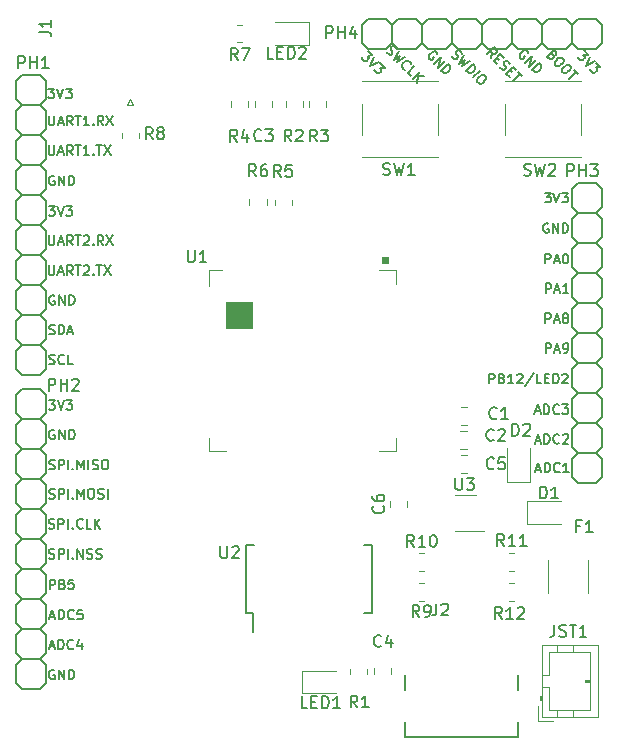
<source format=gto>
G04 #@! TF.GenerationSoftware,KiCad,Pcbnew,(5.1.10)-1*
G04 #@! TF.CreationDate,2021-10-24T18:30:48+02:00*
G04 #@! TF.ProjectId,rak3172_easeboard,72616b33-3137-4325-9f65-617365626f61,rev?*
G04 #@! TF.SameCoordinates,Original*
G04 #@! TF.FileFunction,Legend,Top*
G04 #@! TF.FilePolarity,Positive*
%FSLAX46Y46*%
G04 Gerber Fmt 4.6, Leading zero omitted, Abs format (unit mm)*
G04 Created by KiCad (PCBNEW (5.1.10)-1) date 2021-10-24 18:30:48*
%MOMM*%
%LPD*%
G01*
G04 APERTURE LIST*
%ADD10C,0.152400*%
%ADD11C,0.153000*%
%ADD12C,0.200000*%
%ADD13C,0.120000*%
%ADD14C,0.150000*%
%ADD15C,0.100000*%
%ADD16R,0.300000X1.150000*%
%ADD17R,0.600000X1.150000*%
%ADD18C,0.650000*%
%ADD19O,1.050000X2.100000*%
%ADD20O,1.000000X2.000000*%
%ADD21R,1.524000X1.524000*%
%ADD22C,1.524000*%
%ADD23R,0.700000X3.200000*%
%ADD24R,3.200000X0.700000*%
%ADD25R,2.000000X0.650000*%
%ADD26R,0.450000X1.750000*%
%ADD27R,1.550000X1.300000*%
%ADD28O,1.750000X1.200000*%
%ADD29R,2.290000X5.080000*%
%ADD30R,2.420000X5.080000*%
G04 APERTURE END LIST*
D10*
X146613158Y-75973685D02*
X146968947Y-76329474D01*
X146558421Y-76356842D01*
X146640526Y-76438947D01*
X146667895Y-76521053D01*
X146667895Y-76575789D01*
X146640526Y-76657895D01*
X146503684Y-76794737D01*
X146421579Y-76822105D01*
X146366842Y-76822105D01*
X146284737Y-76794737D01*
X146120527Y-76630526D01*
X146093158Y-76548421D01*
X146093158Y-76493684D01*
X147133157Y-76493684D02*
X146750000Y-77259999D01*
X147516315Y-76876842D01*
X147653157Y-77013684D02*
X148008946Y-77369473D01*
X147598420Y-77396841D01*
X147680525Y-77478946D01*
X147707894Y-77561052D01*
X147707894Y-77615788D01*
X147680525Y-77697894D01*
X147543683Y-77834736D01*
X147461578Y-77862104D01*
X147406841Y-77862104D01*
X147324736Y-77834736D01*
X147160526Y-77670525D01*
X147133157Y-77588420D01*
X147133157Y-77533683D01*
X148177369Y-76002632D02*
X148232106Y-76112106D01*
X148368948Y-76248948D01*
X148451053Y-76276316D01*
X148505790Y-76276316D01*
X148587895Y-76248948D01*
X148642632Y-76194211D01*
X148670000Y-76112106D01*
X148670000Y-76057369D01*
X148642632Y-75975264D01*
X148560527Y-75838422D01*
X148533158Y-75756316D01*
X148533158Y-75701580D01*
X148560527Y-75619474D01*
X148615264Y-75564738D01*
X148697369Y-75537369D01*
X148752106Y-75537369D01*
X148834211Y-75564738D01*
X148971053Y-75701580D01*
X149025790Y-75811053D01*
X149244737Y-75975264D02*
X148806842Y-76686842D01*
X149326842Y-76385790D01*
X149025790Y-76905789D01*
X149737368Y-76467895D01*
X149764736Y-77535262D02*
X149710000Y-77535262D01*
X149600526Y-77480525D01*
X149545789Y-77425789D01*
X149491052Y-77316315D01*
X149491052Y-77206841D01*
X149518421Y-77124736D01*
X149600526Y-76987894D01*
X149682631Y-76905789D01*
X149819473Y-76823684D01*
X149901578Y-76796316D01*
X150011052Y-76796316D01*
X150120525Y-76851052D01*
X150175262Y-76905789D01*
X150229999Y-77015263D01*
X150229999Y-77070000D01*
X150229999Y-78109999D02*
X149956315Y-77836315D01*
X150531051Y-77261578D01*
X150421578Y-78301577D02*
X150996314Y-77726841D01*
X150749999Y-78629998D02*
X150832104Y-78055262D01*
X151324735Y-78055262D02*
X150667893Y-78055262D01*
X152478073Y-76211337D02*
X152450705Y-76129232D01*
X152368600Y-76047127D01*
X152259126Y-75992390D01*
X152149653Y-75992390D01*
X152067547Y-76019758D01*
X151930705Y-76101863D01*
X151848600Y-76183969D01*
X151766495Y-76320811D01*
X151739127Y-76402916D01*
X151739127Y-76512389D01*
X151793863Y-76621863D01*
X151848600Y-76676600D01*
X151958074Y-76731337D01*
X152012811Y-76731337D01*
X152204389Y-76539758D01*
X152094916Y-76430284D01*
X152204389Y-77032389D02*
X152779126Y-76457653D01*
X152532810Y-77360810D01*
X153107546Y-76786073D01*
X152806494Y-77634494D02*
X153381230Y-77059757D01*
X153518072Y-77196599D01*
X153572809Y-77306073D01*
X153572809Y-77415546D01*
X153545441Y-77497652D01*
X153463336Y-77634494D01*
X153381230Y-77716599D01*
X153244388Y-77798704D01*
X153162283Y-77826072D01*
X153052810Y-77826072D01*
X152943336Y-77771336D01*
X152806494Y-77634494D01*
D11*
X153699474Y-76364737D02*
X153754211Y-76474211D01*
X153891053Y-76611053D01*
X153973158Y-76638421D01*
X154027895Y-76638421D01*
X154110000Y-76611053D01*
X154164737Y-76556316D01*
X154192106Y-76474211D01*
X154192106Y-76419474D01*
X154164737Y-76337369D01*
X154082632Y-76200527D01*
X154055264Y-76118422D01*
X154055264Y-76063685D01*
X154082632Y-75981580D01*
X154137369Y-75926843D01*
X154219474Y-75899474D01*
X154274211Y-75899474D01*
X154356316Y-75926843D01*
X154493158Y-76063685D01*
X154547895Y-76173158D01*
X154766842Y-76337369D02*
X154328948Y-77048947D01*
X154848947Y-76747895D01*
X154547895Y-77267894D01*
X155259473Y-76830000D01*
X154903684Y-77623683D02*
X155478420Y-77048947D01*
X155615262Y-77185789D01*
X155669999Y-77295263D01*
X155669999Y-77404736D01*
X155642631Y-77486841D01*
X155560525Y-77623683D01*
X155478420Y-77705789D01*
X155341578Y-77787894D01*
X155259473Y-77815262D01*
X155150000Y-77815262D01*
X155040526Y-77760525D01*
X154903684Y-77623683D01*
X155478420Y-78198420D02*
X156053157Y-77623683D01*
X156436314Y-78006841D02*
X156545788Y-78116315D01*
X156573156Y-78198420D01*
X156573156Y-78307893D01*
X156491051Y-78444735D01*
X156299472Y-78636314D01*
X156162630Y-78718419D01*
X156053157Y-78718419D01*
X155971051Y-78691051D01*
X155861578Y-78581577D01*
X155834209Y-78499472D01*
X155834209Y-78389999D01*
X155916315Y-78253157D01*
X156107893Y-78061578D01*
X156244735Y-77979473D01*
X156354209Y-77979473D01*
X156436314Y-78006841D01*
D10*
X156994864Y-76565063D02*
X157076969Y-76099800D01*
X156666443Y-76236642D02*
X157241179Y-75661906D01*
X157460126Y-75880853D01*
X157487495Y-75962958D01*
X157487495Y-76017695D01*
X157460126Y-76099800D01*
X157378021Y-76181906D01*
X157295916Y-76209274D01*
X157241179Y-76209274D01*
X157159074Y-76181906D01*
X156940127Y-75962958D01*
X157542232Y-76510326D02*
X157733810Y-76701905D01*
X157514863Y-77085063D02*
X157241179Y-76811379D01*
X157815916Y-76236642D01*
X158089600Y-76510326D01*
X157761179Y-77276641D02*
X157815916Y-77386115D01*
X157952758Y-77522957D01*
X158034863Y-77550325D01*
X158089600Y-77550325D01*
X158171705Y-77522957D01*
X158226441Y-77468220D01*
X158253810Y-77386115D01*
X158253810Y-77331378D01*
X158226441Y-77249273D01*
X158144336Y-77112431D01*
X158116968Y-77030326D01*
X158116968Y-76975589D01*
X158144336Y-76893484D01*
X158199073Y-76838747D01*
X158281178Y-76811379D01*
X158335915Y-76811379D01*
X158418020Y-76838747D01*
X158554862Y-76975589D01*
X158609599Y-77085063D01*
X158609599Y-77577694D02*
X158801178Y-77769273D01*
X158582231Y-78152430D02*
X158308547Y-77878746D01*
X158883283Y-77304010D01*
X159156967Y-77577694D01*
X159321177Y-77741904D02*
X159649598Y-78070325D01*
X158910651Y-78480851D02*
X159485388Y-77906115D01*
X160174273Y-76135137D02*
X160146905Y-76053032D01*
X160064800Y-75970927D01*
X159955326Y-75916190D01*
X159845853Y-75916190D01*
X159763747Y-75943558D01*
X159626905Y-76025663D01*
X159544800Y-76107769D01*
X159462695Y-76244611D01*
X159435327Y-76326716D01*
X159435327Y-76436189D01*
X159490063Y-76545663D01*
X159544800Y-76600400D01*
X159654274Y-76655137D01*
X159709011Y-76655137D01*
X159900589Y-76463558D01*
X159791116Y-76354084D01*
X159900589Y-76956189D02*
X160475326Y-76381453D01*
X160229010Y-77284610D01*
X160803746Y-76709873D01*
X160502694Y-77558294D02*
X161077430Y-76983557D01*
X161214272Y-77120399D01*
X161269009Y-77229873D01*
X161269009Y-77339346D01*
X161241641Y-77421452D01*
X161159536Y-77558294D01*
X161077430Y-77640399D01*
X160940588Y-77722504D01*
X160858483Y-77749872D01*
X160749010Y-77749872D01*
X160639536Y-77695136D01*
X160502694Y-77558294D01*
X162252853Y-76318748D02*
X162307590Y-76428221D01*
X162307590Y-76482958D01*
X162280221Y-76565063D01*
X162198116Y-76647168D01*
X162116011Y-76674537D01*
X162061274Y-76674537D01*
X161979169Y-76647168D01*
X161760222Y-76428221D01*
X162334958Y-75853485D01*
X162526537Y-76045064D01*
X162553905Y-76127169D01*
X162553905Y-76181906D01*
X162526537Y-76264011D01*
X162471800Y-76318748D01*
X162389695Y-76346116D01*
X162334958Y-76346116D01*
X162252853Y-76318748D01*
X162061274Y-76127169D01*
X163019168Y-76537695D02*
X163128641Y-76647168D01*
X163156010Y-76729274D01*
X163156010Y-76838747D01*
X163073905Y-76975589D01*
X162882326Y-77167168D01*
X162745484Y-77249273D01*
X162636010Y-77249273D01*
X162553905Y-77221905D01*
X162444432Y-77112431D01*
X162417063Y-77030326D01*
X162417063Y-76920852D01*
X162499168Y-76784010D01*
X162690747Y-76592432D01*
X162827589Y-76510326D01*
X162937063Y-76510326D01*
X163019168Y-76537695D01*
X163621273Y-77139799D02*
X163730746Y-77249273D01*
X163758115Y-77331378D01*
X163758115Y-77440852D01*
X163676009Y-77577694D01*
X163484431Y-77769273D01*
X163347589Y-77851378D01*
X163238115Y-77851378D01*
X163156010Y-77824009D01*
X163046536Y-77714536D01*
X163019168Y-77632431D01*
X163019168Y-77522957D01*
X163101273Y-77386115D01*
X163292852Y-77194536D01*
X163429694Y-77112431D01*
X163539167Y-77112431D01*
X163621273Y-77139799D01*
X164031799Y-77550325D02*
X164360219Y-77878746D01*
X163621273Y-78289272D02*
X164196009Y-77714536D01*
X164880958Y-75910285D02*
X165236747Y-76266074D01*
X164826221Y-76293442D01*
X164908326Y-76375547D01*
X164935695Y-76457653D01*
X164935695Y-76512389D01*
X164908326Y-76594495D01*
X164771484Y-76731337D01*
X164689379Y-76758705D01*
X164634642Y-76758705D01*
X164552537Y-76731337D01*
X164388327Y-76567126D01*
X164360958Y-76485021D01*
X164360958Y-76430284D01*
X165400957Y-76430284D02*
X165017800Y-77196599D01*
X165784115Y-76813442D01*
X165920957Y-76950284D02*
X166276746Y-77306073D01*
X165866220Y-77333441D01*
X165948325Y-77415546D01*
X165975694Y-77497652D01*
X165975694Y-77552388D01*
X165948325Y-77634494D01*
X165811483Y-77771336D01*
X165729378Y-77798704D01*
X165674641Y-77798704D01*
X165592536Y-77771336D01*
X165428326Y-77607125D01*
X165400957Y-77525020D01*
X165400957Y-77470283D01*
X161553676Y-87972295D02*
X162056838Y-87972295D01*
X161785904Y-88281933D01*
X161902019Y-88281933D01*
X161979428Y-88320638D01*
X162018133Y-88359342D01*
X162056838Y-88436752D01*
X162056838Y-88630276D01*
X162018133Y-88707685D01*
X161979428Y-88746390D01*
X161902019Y-88785095D01*
X161669790Y-88785095D01*
X161592380Y-88746390D01*
X161553676Y-88707685D01*
X162289066Y-87972295D02*
X162560000Y-88785095D01*
X162830933Y-87972295D01*
X163024457Y-87972295D02*
X163527619Y-87972295D01*
X163256685Y-88281933D01*
X163372800Y-88281933D01*
X163450209Y-88320638D01*
X163488914Y-88359342D01*
X163527619Y-88436752D01*
X163527619Y-88630276D01*
X163488914Y-88707685D01*
X163450209Y-88746390D01*
X163372800Y-88785095D01*
X163140571Y-88785095D01*
X163063161Y-88746390D01*
X163024457Y-88707685D01*
X161864523Y-90576400D02*
X161787114Y-90537695D01*
X161671000Y-90537695D01*
X161554885Y-90576400D01*
X161477476Y-90653809D01*
X161438771Y-90731219D01*
X161400066Y-90886038D01*
X161400066Y-91002152D01*
X161438771Y-91156971D01*
X161477476Y-91234380D01*
X161554885Y-91311790D01*
X161671000Y-91350495D01*
X161748409Y-91350495D01*
X161864523Y-91311790D01*
X161903228Y-91273085D01*
X161903228Y-91002152D01*
X161748409Y-91002152D01*
X162251571Y-91350495D02*
X162251571Y-90537695D01*
X162716028Y-91350495D01*
X162716028Y-90537695D01*
X163103076Y-91350495D02*
X163103076Y-90537695D01*
X163296600Y-90537695D01*
X163412714Y-90576400D01*
X163490123Y-90653809D01*
X163528828Y-90731219D01*
X163567533Y-90886038D01*
X163567533Y-91002152D01*
X163528828Y-91156971D01*
X163490123Y-91234380D01*
X163412714Y-91311790D01*
X163296600Y-91350495D01*
X163103076Y-91350495D01*
X161611733Y-93941295D02*
X161611733Y-93128495D01*
X161921371Y-93128495D01*
X161998780Y-93167200D01*
X162037485Y-93205904D01*
X162076190Y-93283314D01*
X162076190Y-93399428D01*
X162037485Y-93476838D01*
X161998780Y-93515542D01*
X161921371Y-93554247D01*
X161611733Y-93554247D01*
X162385828Y-93709066D02*
X162772876Y-93709066D01*
X162308419Y-93941295D02*
X162579352Y-93128495D01*
X162850285Y-93941295D01*
X163276038Y-93128495D02*
X163353447Y-93128495D01*
X163430857Y-93167200D01*
X163469561Y-93205904D01*
X163508266Y-93283314D01*
X163546971Y-93438133D01*
X163546971Y-93631657D01*
X163508266Y-93786476D01*
X163469561Y-93863885D01*
X163430857Y-93902590D01*
X163353447Y-93941295D01*
X163276038Y-93941295D01*
X163198628Y-93902590D01*
X163159923Y-93863885D01*
X163121219Y-93786476D01*
X163082514Y-93631657D01*
X163082514Y-93438133D01*
X163121219Y-93283314D01*
X163159923Y-93205904D01*
X163198628Y-93167200D01*
X163276038Y-93128495D01*
X161637133Y-96455895D02*
X161637133Y-95643095D01*
X161946771Y-95643095D01*
X162024180Y-95681800D01*
X162062885Y-95720504D01*
X162101590Y-95797914D01*
X162101590Y-95914028D01*
X162062885Y-95991438D01*
X162024180Y-96030142D01*
X161946771Y-96068847D01*
X161637133Y-96068847D01*
X162411228Y-96223666D02*
X162798276Y-96223666D01*
X162333819Y-96455895D02*
X162604752Y-95643095D01*
X162875685Y-96455895D01*
X163572371Y-96455895D02*
X163107914Y-96455895D01*
X163340142Y-96455895D02*
X163340142Y-95643095D01*
X163262733Y-95759209D01*
X163185323Y-95836619D01*
X163107914Y-95875323D01*
X161611733Y-98995895D02*
X161611733Y-98183095D01*
X161921371Y-98183095D01*
X161998780Y-98221800D01*
X162037485Y-98260504D01*
X162076190Y-98337914D01*
X162076190Y-98454028D01*
X162037485Y-98531438D01*
X161998780Y-98570142D01*
X161921371Y-98608847D01*
X161611733Y-98608847D01*
X162385828Y-98763666D02*
X162772876Y-98763666D01*
X162308419Y-98995895D02*
X162579352Y-98183095D01*
X162850285Y-98995895D01*
X163237333Y-98531438D02*
X163159923Y-98492733D01*
X163121219Y-98454028D01*
X163082514Y-98376619D01*
X163082514Y-98337914D01*
X163121219Y-98260504D01*
X163159923Y-98221800D01*
X163237333Y-98183095D01*
X163392152Y-98183095D01*
X163469561Y-98221800D01*
X163508266Y-98260504D01*
X163546971Y-98337914D01*
X163546971Y-98376619D01*
X163508266Y-98454028D01*
X163469561Y-98492733D01*
X163392152Y-98531438D01*
X163237333Y-98531438D01*
X163159923Y-98570142D01*
X163121219Y-98608847D01*
X163082514Y-98686257D01*
X163082514Y-98841076D01*
X163121219Y-98918485D01*
X163159923Y-98957190D01*
X163237333Y-98995895D01*
X163392152Y-98995895D01*
X163469561Y-98957190D01*
X163508266Y-98918485D01*
X163546971Y-98841076D01*
X163546971Y-98686257D01*
X163508266Y-98608847D01*
X163469561Y-98570142D01*
X163392152Y-98531438D01*
X161637133Y-101510495D02*
X161637133Y-100697695D01*
X161946771Y-100697695D01*
X162024180Y-100736400D01*
X162062885Y-100775104D01*
X162101590Y-100852514D01*
X162101590Y-100968628D01*
X162062885Y-101046038D01*
X162024180Y-101084742D01*
X161946771Y-101123447D01*
X161637133Y-101123447D01*
X162411228Y-101278266D02*
X162798276Y-101278266D01*
X162333819Y-101510495D02*
X162604752Y-100697695D01*
X162875685Y-101510495D01*
X163185323Y-101510495D02*
X163340142Y-101510495D01*
X163417552Y-101471790D01*
X163456257Y-101433085D01*
X163533666Y-101316971D01*
X163572371Y-101162152D01*
X163572371Y-100852514D01*
X163533666Y-100775104D01*
X163494961Y-100736400D01*
X163417552Y-100697695D01*
X163262733Y-100697695D01*
X163185323Y-100736400D01*
X163146619Y-100775104D01*
X163107914Y-100852514D01*
X163107914Y-101046038D01*
X163146619Y-101123447D01*
X163185323Y-101162152D01*
X163262733Y-101200857D01*
X163417552Y-101200857D01*
X163494961Y-101162152D01*
X163533666Y-101123447D01*
X163572371Y-101046038D01*
X156863142Y-104101295D02*
X156863142Y-103288495D01*
X157172780Y-103288495D01*
X157250190Y-103327200D01*
X157288895Y-103365904D01*
X157327600Y-103443314D01*
X157327600Y-103559428D01*
X157288895Y-103636838D01*
X157250190Y-103675542D01*
X157172780Y-103714247D01*
X156863142Y-103714247D01*
X157946876Y-103675542D02*
X158062990Y-103714247D01*
X158101695Y-103752952D01*
X158140400Y-103830361D01*
X158140400Y-103946476D01*
X158101695Y-104023885D01*
X158062990Y-104062590D01*
X157985580Y-104101295D01*
X157675942Y-104101295D01*
X157675942Y-103288495D01*
X157946876Y-103288495D01*
X158024285Y-103327200D01*
X158062990Y-103365904D01*
X158101695Y-103443314D01*
X158101695Y-103520723D01*
X158062990Y-103598133D01*
X158024285Y-103636838D01*
X157946876Y-103675542D01*
X157675942Y-103675542D01*
X158914495Y-104101295D02*
X158450038Y-104101295D01*
X158682266Y-104101295D02*
X158682266Y-103288495D01*
X158604857Y-103404609D01*
X158527447Y-103482019D01*
X158450038Y-103520723D01*
X159224133Y-103365904D02*
X159262838Y-103327200D01*
X159340247Y-103288495D01*
X159533771Y-103288495D01*
X159611180Y-103327200D01*
X159649885Y-103365904D01*
X159688590Y-103443314D01*
X159688590Y-103520723D01*
X159649885Y-103636838D01*
X159185428Y-104101295D01*
X159688590Y-104101295D01*
X160617504Y-103249790D02*
X159920819Y-104294819D01*
X161275485Y-104101295D02*
X160888438Y-104101295D01*
X160888438Y-103288495D01*
X161546419Y-103675542D02*
X161817352Y-103675542D01*
X161933466Y-104101295D02*
X161546419Y-104101295D01*
X161546419Y-103288495D01*
X161933466Y-103288495D01*
X162281809Y-104101295D02*
X162281809Y-103288495D01*
X162475333Y-103288495D01*
X162591447Y-103327200D01*
X162668857Y-103404609D01*
X162707561Y-103482019D01*
X162746266Y-103636838D01*
X162746266Y-103752952D01*
X162707561Y-103907771D01*
X162668857Y-103985180D01*
X162591447Y-104062590D01*
X162475333Y-104101295D01*
X162281809Y-104101295D01*
X163055904Y-103365904D02*
X163094609Y-103327200D01*
X163172019Y-103288495D01*
X163365542Y-103288495D01*
X163442952Y-103327200D01*
X163481657Y-103365904D01*
X163520361Y-103443314D01*
X163520361Y-103520723D01*
X163481657Y-103636838D01*
X163017200Y-104101295D01*
X163520361Y-104101295D01*
X160760228Y-106459866D02*
X161147276Y-106459866D01*
X160682819Y-106692095D02*
X160953752Y-105879295D01*
X161224685Y-106692095D01*
X161495619Y-106692095D02*
X161495619Y-105879295D01*
X161689142Y-105879295D01*
X161805257Y-105918000D01*
X161882666Y-105995409D01*
X161921371Y-106072819D01*
X161960076Y-106227638D01*
X161960076Y-106343752D01*
X161921371Y-106498571D01*
X161882666Y-106575980D01*
X161805257Y-106653390D01*
X161689142Y-106692095D01*
X161495619Y-106692095D01*
X162772876Y-106614685D02*
X162734171Y-106653390D01*
X162618057Y-106692095D01*
X162540647Y-106692095D01*
X162424533Y-106653390D01*
X162347123Y-106575980D01*
X162308419Y-106498571D01*
X162269714Y-106343752D01*
X162269714Y-106227638D01*
X162308419Y-106072819D01*
X162347123Y-105995409D01*
X162424533Y-105918000D01*
X162540647Y-105879295D01*
X162618057Y-105879295D01*
X162734171Y-105918000D01*
X162772876Y-105956704D01*
X163043809Y-105879295D02*
X163546971Y-105879295D01*
X163276038Y-106188933D01*
X163392152Y-106188933D01*
X163469561Y-106227638D01*
X163508266Y-106266342D01*
X163546971Y-106343752D01*
X163546971Y-106537276D01*
X163508266Y-106614685D01*
X163469561Y-106653390D01*
X163392152Y-106692095D01*
X163159923Y-106692095D01*
X163082514Y-106653390D01*
X163043809Y-106614685D01*
X160785628Y-108974466D02*
X161172676Y-108974466D01*
X160708219Y-109206695D02*
X160979152Y-108393895D01*
X161250085Y-109206695D01*
X161521019Y-109206695D02*
X161521019Y-108393895D01*
X161714542Y-108393895D01*
X161830657Y-108432600D01*
X161908066Y-108510009D01*
X161946771Y-108587419D01*
X161985476Y-108742238D01*
X161985476Y-108858352D01*
X161946771Y-109013171D01*
X161908066Y-109090580D01*
X161830657Y-109167990D01*
X161714542Y-109206695D01*
X161521019Y-109206695D01*
X162798276Y-109129285D02*
X162759571Y-109167990D01*
X162643457Y-109206695D01*
X162566047Y-109206695D01*
X162449933Y-109167990D01*
X162372523Y-109090580D01*
X162333819Y-109013171D01*
X162295114Y-108858352D01*
X162295114Y-108742238D01*
X162333819Y-108587419D01*
X162372523Y-108510009D01*
X162449933Y-108432600D01*
X162566047Y-108393895D01*
X162643457Y-108393895D01*
X162759571Y-108432600D01*
X162798276Y-108471304D01*
X163107914Y-108471304D02*
X163146619Y-108432600D01*
X163224028Y-108393895D01*
X163417552Y-108393895D01*
X163494961Y-108432600D01*
X163533666Y-108471304D01*
X163572371Y-108548714D01*
X163572371Y-108626123D01*
X163533666Y-108742238D01*
X163069209Y-109206695D01*
X163572371Y-109206695D01*
X160811028Y-111412866D02*
X161198076Y-111412866D01*
X160733619Y-111645095D02*
X161004552Y-110832295D01*
X161275485Y-111645095D01*
X161546419Y-111645095D02*
X161546419Y-110832295D01*
X161739942Y-110832295D01*
X161856057Y-110871000D01*
X161933466Y-110948409D01*
X161972171Y-111025819D01*
X162010876Y-111180638D01*
X162010876Y-111296752D01*
X161972171Y-111451571D01*
X161933466Y-111528980D01*
X161856057Y-111606390D01*
X161739942Y-111645095D01*
X161546419Y-111645095D01*
X162823676Y-111567685D02*
X162784971Y-111606390D01*
X162668857Y-111645095D01*
X162591447Y-111645095D01*
X162475333Y-111606390D01*
X162397923Y-111528980D01*
X162359219Y-111451571D01*
X162320514Y-111296752D01*
X162320514Y-111180638D01*
X162359219Y-111025819D01*
X162397923Y-110948409D01*
X162475333Y-110871000D01*
X162591447Y-110832295D01*
X162668857Y-110832295D01*
X162784971Y-110871000D01*
X162823676Y-110909704D01*
X163597771Y-111645095D02*
X163133314Y-111645095D01*
X163365542Y-111645095D02*
X163365542Y-110832295D01*
X163288133Y-110948409D01*
X163210723Y-111025819D01*
X163133314Y-111064523D01*
X120030723Y-128397000D02*
X119953314Y-128358295D01*
X119837200Y-128358295D01*
X119721085Y-128397000D01*
X119643676Y-128474409D01*
X119604971Y-128551819D01*
X119566266Y-128706638D01*
X119566266Y-128822752D01*
X119604971Y-128977571D01*
X119643676Y-129054980D01*
X119721085Y-129132390D01*
X119837200Y-129171095D01*
X119914609Y-129171095D01*
X120030723Y-129132390D01*
X120069428Y-129093685D01*
X120069428Y-128822752D01*
X119914609Y-128822752D01*
X120417771Y-129171095D02*
X120417771Y-128358295D01*
X120882228Y-129171095D01*
X120882228Y-128358295D01*
X121269276Y-129171095D02*
X121269276Y-128358295D01*
X121462800Y-128358295D01*
X121578914Y-128397000D01*
X121656323Y-128474409D01*
X121695028Y-128551819D01*
X121733733Y-128706638D01*
X121733733Y-128822752D01*
X121695028Y-128977571D01*
X121656323Y-129054980D01*
X121578914Y-129132390D01*
X121462800Y-129171095D01*
X121269276Y-129171095D01*
X119637628Y-126373466D02*
X120024676Y-126373466D01*
X119560219Y-126605695D02*
X119831152Y-125792895D01*
X120102085Y-126605695D01*
X120373019Y-126605695D02*
X120373019Y-125792895D01*
X120566542Y-125792895D01*
X120682657Y-125831600D01*
X120760066Y-125909009D01*
X120798771Y-125986419D01*
X120837476Y-126141238D01*
X120837476Y-126257352D01*
X120798771Y-126412171D01*
X120760066Y-126489580D01*
X120682657Y-126566990D01*
X120566542Y-126605695D01*
X120373019Y-126605695D01*
X121650276Y-126528285D02*
X121611571Y-126566990D01*
X121495457Y-126605695D01*
X121418047Y-126605695D01*
X121301933Y-126566990D01*
X121224523Y-126489580D01*
X121185819Y-126412171D01*
X121147114Y-126257352D01*
X121147114Y-126141238D01*
X121185819Y-125986419D01*
X121224523Y-125909009D01*
X121301933Y-125831600D01*
X121418047Y-125792895D01*
X121495457Y-125792895D01*
X121611571Y-125831600D01*
X121650276Y-125870304D01*
X122346961Y-126063828D02*
X122346961Y-126605695D01*
X122153438Y-125754190D02*
X121959914Y-126334761D01*
X122463076Y-126334761D01*
X119663028Y-123858866D02*
X120050076Y-123858866D01*
X119585619Y-124091095D02*
X119856552Y-123278295D01*
X120127485Y-124091095D01*
X120398419Y-124091095D02*
X120398419Y-123278295D01*
X120591942Y-123278295D01*
X120708057Y-123317000D01*
X120785466Y-123394409D01*
X120824171Y-123471819D01*
X120862876Y-123626638D01*
X120862876Y-123742752D01*
X120824171Y-123897571D01*
X120785466Y-123974980D01*
X120708057Y-124052390D01*
X120591942Y-124091095D01*
X120398419Y-124091095D01*
X121675676Y-124013685D02*
X121636971Y-124052390D01*
X121520857Y-124091095D01*
X121443447Y-124091095D01*
X121327333Y-124052390D01*
X121249923Y-123974980D01*
X121211219Y-123897571D01*
X121172514Y-123742752D01*
X121172514Y-123626638D01*
X121211219Y-123471819D01*
X121249923Y-123394409D01*
X121327333Y-123317000D01*
X121443447Y-123278295D01*
X121520857Y-123278295D01*
X121636971Y-123317000D01*
X121675676Y-123355704D01*
X122411066Y-123278295D02*
X122024019Y-123278295D01*
X121985314Y-123665342D01*
X122024019Y-123626638D01*
X122101428Y-123587933D01*
X122294952Y-123587933D01*
X122372361Y-123626638D01*
X122411066Y-123665342D01*
X122449771Y-123742752D01*
X122449771Y-123936276D01*
X122411066Y-124013685D01*
X122372361Y-124052390D01*
X122294952Y-124091095D01*
X122101428Y-124091095D01*
X122024019Y-124052390D01*
X121985314Y-124013685D01*
X119643676Y-121525695D02*
X119643676Y-120712895D01*
X119953314Y-120712895D01*
X120030723Y-120751600D01*
X120069428Y-120790304D01*
X120108133Y-120867714D01*
X120108133Y-120983828D01*
X120069428Y-121061238D01*
X120030723Y-121099942D01*
X119953314Y-121138647D01*
X119643676Y-121138647D01*
X120727409Y-121099942D02*
X120843523Y-121138647D01*
X120882228Y-121177352D01*
X120920933Y-121254761D01*
X120920933Y-121370876D01*
X120882228Y-121448285D01*
X120843523Y-121486990D01*
X120766114Y-121525695D01*
X120456476Y-121525695D01*
X120456476Y-120712895D01*
X120727409Y-120712895D01*
X120804819Y-120751600D01*
X120843523Y-120790304D01*
X120882228Y-120867714D01*
X120882228Y-120945123D01*
X120843523Y-121022533D01*
X120804819Y-121061238D01*
X120727409Y-121099942D01*
X120456476Y-121099942D01*
X121656323Y-120712895D02*
X121269276Y-120712895D01*
X121230571Y-121099942D01*
X121269276Y-121061238D01*
X121346685Y-121022533D01*
X121540209Y-121022533D01*
X121617619Y-121061238D01*
X121656323Y-121099942D01*
X121695028Y-121177352D01*
X121695028Y-121370876D01*
X121656323Y-121448285D01*
X121617619Y-121486990D01*
X121540209Y-121525695D01*
X121346685Y-121525695D01*
X121269276Y-121486990D01*
X121230571Y-121448285D01*
X119592876Y-118896190D02*
X119708990Y-118934895D01*
X119902514Y-118934895D01*
X119979923Y-118896190D01*
X120018628Y-118857485D01*
X120057333Y-118780076D01*
X120057333Y-118702666D01*
X120018628Y-118625257D01*
X119979923Y-118586552D01*
X119902514Y-118547847D01*
X119747695Y-118509142D01*
X119670285Y-118470438D01*
X119631580Y-118431733D01*
X119592876Y-118354323D01*
X119592876Y-118276914D01*
X119631580Y-118199504D01*
X119670285Y-118160800D01*
X119747695Y-118122095D01*
X119941219Y-118122095D01*
X120057333Y-118160800D01*
X120405676Y-118934895D02*
X120405676Y-118122095D01*
X120715314Y-118122095D01*
X120792723Y-118160800D01*
X120831428Y-118199504D01*
X120870133Y-118276914D01*
X120870133Y-118393028D01*
X120831428Y-118470438D01*
X120792723Y-118509142D01*
X120715314Y-118547847D01*
X120405676Y-118547847D01*
X121218476Y-118934895D02*
X121218476Y-118122095D01*
X121605523Y-118857485D02*
X121644228Y-118896190D01*
X121605523Y-118934895D01*
X121566819Y-118896190D01*
X121605523Y-118857485D01*
X121605523Y-118934895D01*
X121992571Y-118934895D02*
X121992571Y-118122095D01*
X122457028Y-118934895D01*
X122457028Y-118122095D01*
X122805371Y-118896190D02*
X122921485Y-118934895D01*
X123115009Y-118934895D01*
X123192419Y-118896190D01*
X123231123Y-118857485D01*
X123269828Y-118780076D01*
X123269828Y-118702666D01*
X123231123Y-118625257D01*
X123192419Y-118586552D01*
X123115009Y-118547847D01*
X122960190Y-118509142D01*
X122882780Y-118470438D01*
X122844076Y-118431733D01*
X122805371Y-118354323D01*
X122805371Y-118276914D01*
X122844076Y-118199504D01*
X122882780Y-118160800D01*
X122960190Y-118122095D01*
X123153714Y-118122095D01*
X123269828Y-118160800D01*
X123579466Y-118896190D02*
X123695580Y-118934895D01*
X123889104Y-118934895D01*
X123966514Y-118896190D01*
X124005219Y-118857485D01*
X124043923Y-118780076D01*
X124043923Y-118702666D01*
X124005219Y-118625257D01*
X123966514Y-118586552D01*
X123889104Y-118547847D01*
X123734285Y-118509142D01*
X123656876Y-118470438D01*
X123618171Y-118431733D01*
X123579466Y-118354323D01*
X123579466Y-118276914D01*
X123618171Y-118199504D01*
X123656876Y-118160800D01*
X123734285Y-118122095D01*
X123927809Y-118122095D01*
X124043923Y-118160800D01*
X119574733Y-116356190D02*
X119690847Y-116394895D01*
X119884371Y-116394895D01*
X119961780Y-116356190D01*
X120000485Y-116317485D01*
X120039190Y-116240076D01*
X120039190Y-116162666D01*
X120000485Y-116085257D01*
X119961780Y-116046552D01*
X119884371Y-116007847D01*
X119729552Y-115969142D01*
X119652142Y-115930438D01*
X119613438Y-115891733D01*
X119574733Y-115814323D01*
X119574733Y-115736914D01*
X119613438Y-115659504D01*
X119652142Y-115620800D01*
X119729552Y-115582095D01*
X119923076Y-115582095D01*
X120039190Y-115620800D01*
X120387533Y-116394895D02*
X120387533Y-115582095D01*
X120697171Y-115582095D01*
X120774580Y-115620800D01*
X120813285Y-115659504D01*
X120851990Y-115736914D01*
X120851990Y-115853028D01*
X120813285Y-115930438D01*
X120774580Y-115969142D01*
X120697171Y-116007847D01*
X120387533Y-116007847D01*
X121200333Y-116394895D02*
X121200333Y-115582095D01*
X121587380Y-116317485D02*
X121626085Y-116356190D01*
X121587380Y-116394895D01*
X121548676Y-116356190D01*
X121587380Y-116317485D01*
X121587380Y-116394895D01*
X122438885Y-116317485D02*
X122400180Y-116356190D01*
X122284066Y-116394895D01*
X122206657Y-116394895D01*
X122090542Y-116356190D01*
X122013133Y-116278780D01*
X121974428Y-116201371D01*
X121935723Y-116046552D01*
X121935723Y-115930438D01*
X121974428Y-115775619D01*
X122013133Y-115698209D01*
X122090542Y-115620800D01*
X122206657Y-115582095D01*
X122284066Y-115582095D01*
X122400180Y-115620800D01*
X122438885Y-115659504D01*
X123174276Y-116394895D02*
X122787228Y-116394895D01*
X122787228Y-115582095D01*
X123445209Y-116394895D02*
X123445209Y-115582095D01*
X123909666Y-116394895D02*
X123561323Y-115930438D01*
X123909666Y-115582095D02*
X123445209Y-116046552D01*
X119601342Y-113816190D02*
X119717457Y-113854895D01*
X119910980Y-113854895D01*
X119988390Y-113816190D01*
X120027095Y-113777485D01*
X120065800Y-113700076D01*
X120065800Y-113622666D01*
X120027095Y-113545257D01*
X119988390Y-113506552D01*
X119910980Y-113467847D01*
X119756161Y-113429142D01*
X119678752Y-113390438D01*
X119640047Y-113351733D01*
X119601342Y-113274323D01*
X119601342Y-113196914D01*
X119640047Y-113119504D01*
X119678752Y-113080800D01*
X119756161Y-113042095D01*
X119949685Y-113042095D01*
X120065800Y-113080800D01*
X120414142Y-113854895D02*
X120414142Y-113042095D01*
X120723780Y-113042095D01*
X120801190Y-113080800D01*
X120839895Y-113119504D01*
X120878600Y-113196914D01*
X120878600Y-113313028D01*
X120839895Y-113390438D01*
X120801190Y-113429142D01*
X120723780Y-113467847D01*
X120414142Y-113467847D01*
X121226942Y-113854895D02*
X121226942Y-113042095D01*
X121613990Y-113777485D02*
X121652695Y-113816190D01*
X121613990Y-113854895D01*
X121575285Y-113816190D01*
X121613990Y-113777485D01*
X121613990Y-113854895D01*
X122001038Y-113854895D02*
X122001038Y-113042095D01*
X122271971Y-113622666D01*
X122542904Y-113042095D01*
X122542904Y-113854895D01*
X123084771Y-113042095D02*
X123239590Y-113042095D01*
X123317000Y-113080800D01*
X123394409Y-113158209D01*
X123433114Y-113313028D01*
X123433114Y-113583961D01*
X123394409Y-113738780D01*
X123317000Y-113816190D01*
X123239590Y-113854895D01*
X123084771Y-113854895D01*
X123007361Y-113816190D01*
X122929952Y-113738780D01*
X122891247Y-113583961D01*
X122891247Y-113313028D01*
X122929952Y-113158209D01*
X123007361Y-113080800D01*
X123084771Y-113042095D01*
X123742752Y-113816190D02*
X123858866Y-113854895D01*
X124052390Y-113854895D01*
X124129800Y-113816190D01*
X124168504Y-113777485D01*
X124207209Y-113700076D01*
X124207209Y-113622666D01*
X124168504Y-113545257D01*
X124129800Y-113506552D01*
X124052390Y-113467847D01*
X123897571Y-113429142D01*
X123820161Y-113390438D01*
X123781457Y-113351733D01*
X123742752Y-113274323D01*
X123742752Y-113196914D01*
X123781457Y-113119504D01*
X123820161Y-113080800D01*
X123897571Y-113042095D01*
X124091095Y-113042095D01*
X124207209Y-113080800D01*
X124555552Y-113854895D02*
X124555552Y-113042095D01*
X119601342Y-111352390D02*
X119717457Y-111391095D01*
X119910980Y-111391095D01*
X119988390Y-111352390D01*
X120027095Y-111313685D01*
X120065800Y-111236276D01*
X120065800Y-111158866D01*
X120027095Y-111081457D01*
X119988390Y-111042752D01*
X119910980Y-111004047D01*
X119756161Y-110965342D01*
X119678752Y-110926638D01*
X119640047Y-110887933D01*
X119601342Y-110810523D01*
X119601342Y-110733114D01*
X119640047Y-110655704D01*
X119678752Y-110617000D01*
X119756161Y-110578295D01*
X119949685Y-110578295D01*
X120065800Y-110617000D01*
X120414142Y-111391095D02*
X120414142Y-110578295D01*
X120723780Y-110578295D01*
X120801190Y-110617000D01*
X120839895Y-110655704D01*
X120878600Y-110733114D01*
X120878600Y-110849228D01*
X120839895Y-110926638D01*
X120801190Y-110965342D01*
X120723780Y-111004047D01*
X120414142Y-111004047D01*
X121226942Y-111391095D02*
X121226942Y-110578295D01*
X121613990Y-111313685D02*
X121652695Y-111352390D01*
X121613990Y-111391095D01*
X121575285Y-111352390D01*
X121613990Y-111313685D01*
X121613990Y-111391095D01*
X122001038Y-111391095D02*
X122001038Y-110578295D01*
X122271971Y-111158866D01*
X122542904Y-110578295D01*
X122542904Y-111391095D01*
X122929952Y-111391095D02*
X122929952Y-110578295D01*
X123278295Y-111352390D02*
X123394409Y-111391095D01*
X123587933Y-111391095D01*
X123665342Y-111352390D01*
X123704047Y-111313685D01*
X123742752Y-111236276D01*
X123742752Y-111158866D01*
X123704047Y-111081457D01*
X123665342Y-111042752D01*
X123587933Y-111004047D01*
X123433114Y-110965342D01*
X123355704Y-110926638D01*
X123317000Y-110887933D01*
X123278295Y-110810523D01*
X123278295Y-110733114D01*
X123317000Y-110655704D01*
X123355704Y-110617000D01*
X123433114Y-110578295D01*
X123626638Y-110578295D01*
X123742752Y-110617000D01*
X124245914Y-110578295D02*
X124400733Y-110578295D01*
X124478142Y-110617000D01*
X124555552Y-110694409D01*
X124594257Y-110849228D01*
X124594257Y-111120161D01*
X124555552Y-111274980D01*
X124478142Y-111352390D01*
X124400733Y-111391095D01*
X124245914Y-111391095D01*
X124168504Y-111352390D01*
X124091095Y-111274980D01*
X124052390Y-111120161D01*
X124052390Y-110849228D01*
X124091095Y-110694409D01*
X124168504Y-110617000D01*
X124245914Y-110578295D01*
X120056123Y-108051600D02*
X119978714Y-108012895D01*
X119862600Y-108012895D01*
X119746485Y-108051600D01*
X119669076Y-108129009D01*
X119630371Y-108206419D01*
X119591666Y-108361238D01*
X119591666Y-108477352D01*
X119630371Y-108632171D01*
X119669076Y-108709580D01*
X119746485Y-108786990D01*
X119862600Y-108825695D01*
X119940009Y-108825695D01*
X120056123Y-108786990D01*
X120094828Y-108748285D01*
X120094828Y-108477352D01*
X119940009Y-108477352D01*
X120443171Y-108825695D02*
X120443171Y-108012895D01*
X120907628Y-108825695D01*
X120907628Y-108012895D01*
X121294676Y-108825695D02*
X121294676Y-108012895D01*
X121488200Y-108012895D01*
X121604314Y-108051600D01*
X121681723Y-108129009D01*
X121720428Y-108206419D01*
X121759133Y-108361238D01*
X121759133Y-108477352D01*
X121720428Y-108632171D01*
X121681723Y-108709580D01*
X121604314Y-108786990D01*
X121488200Y-108825695D01*
X121294676Y-108825695D01*
X119592876Y-105523695D02*
X120096038Y-105523695D01*
X119825104Y-105833333D01*
X119941219Y-105833333D01*
X120018628Y-105872038D01*
X120057333Y-105910742D01*
X120096038Y-105988152D01*
X120096038Y-106181676D01*
X120057333Y-106259085D01*
X120018628Y-106297790D01*
X119941219Y-106336495D01*
X119708990Y-106336495D01*
X119631580Y-106297790D01*
X119592876Y-106259085D01*
X120328266Y-105523695D02*
X120599200Y-106336495D01*
X120870133Y-105523695D01*
X121063657Y-105523695D02*
X121566819Y-105523695D01*
X121295885Y-105833333D01*
X121412000Y-105833333D01*
X121489409Y-105872038D01*
X121528114Y-105910742D01*
X121566819Y-105988152D01*
X121566819Y-106181676D01*
X121528114Y-106259085D01*
X121489409Y-106297790D01*
X121412000Y-106336495D01*
X121179771Y-106336495D01*
X121102361Y-106297790D01*
X121063657Y-106259085D01*
X119542076Y-79158495D02*
X120045238Y-79158495D01*
X119774304Y-79468133D01*
X119890419Y-79468133D01*
X119967828Y-79506838D01*
X120006533Y-79545542D01*
X120045238Y-79622952D01*
X120045238Y-79816476D01*
X120006533Y-79893885D01*
X119967828Y-79932590D01*
X119890419Y-79971295D01*
X119658190Y-79971295D01*
X119580780Y-79932590D01*
X119542076Y-79893885D01*
X120277466Y-79158495D02*
X120548400Y-79971295D01*
X120819333Y-79158495D01*
X121012857Y-79158495D02*
X121516019Y-79158495D01*
X121245085Y-79468133D01*
X121361200Y-79468133D01*
X121438609Y-79506838D01*
X121477314Y-79545542D01*
X121516019Y-79622952D01*
X121516019Y-79816476D01*
X121477314Y-79893885D01*
X121438609Y-79932590D01*
X121361200Y-79971295D01*
X121128971Y-79971295D01*
X121051561Y-79932590D01*
X121012857Y-79893885D01*
X119579571Y-81444495D02*
X119579571Y-82102476D01*
X119618276Y-82179885D01*
X119656980Y-82218590D01*
X119734390Y-82257295D01*
X119889209Y-82257295D01*
X119966619Y-82218590D01*
X120005323Y-82179885D01*
X120044028Y-82102476D01*
X120044028Y-81444495D01*
X120392371Y-82025066D02*
X120779419Y-82025066D01*
X120314961Y-82257295D02*
X120585895Y-81444495D01*
X120856828Y-82257295D01*
X121592219Y-82257295D02*
X121321285Y-81870247D01*
X121127761Y-82257295D02*
X121127761Y-81444495D01*
X121437400Y-81444495D01*
X121514809Y-81483200D01*
X121553514Y-81521904D01*
X121592219Y-81599314D01*
X121592219Y-81715428D01*
X121553514Y-81792838D01*
X121514809Y-81831542D01*
X121437400Y-81870247D01*
X121127761Y-81870247D01*
X121824447Y-81444495D02*
X122288904Y-81444495D01*
X122056676Y-82257295D02*
X122056676Y-81444495D01*
X122985590Y-82257295D02*
X122521133Y-82257295D01*
X122753361Y-82257295D02*
X122753361Y-81444495D01*
X122675952Y-81560609D01*
X122598542Y-81638019D01*
X122521133Y-81676723D01*
X123333933Y-82179885D02*
X123372638Y-82218590D01*
X123333933Y-82257295D01*
X123295228Y-82218590D01*
X123333933Y-82179885D01*
X123333933Y-82257295D01*
X124185438Y-82257295D02*
X123914504Y-81870247D01*
X123720980Y-82257295D02*
X123720980Y-81444495D01*
X124030619Y-81444495D01*
X124108028Y-81483200D01*
X124146733Y-81521904D01*
X124185438Y-81599314D01*
X124185438Y-81715428D01*
X124146733Y-81792838D01*
X124108028Y-81831542D01*
X124030619Y-81870247D01*
X123720980Y-81870247D01*
X124456371Y-81444495D02*
X124998238Y-82257295D01*
X124998238Y-81444495D02*
X124456371Y-82257295D01*
X119574733Y-83959095D02*
X119574733Y-84617076D01*
X119613438Y-84694485D01*
X119652142Y-84733190D01*
X119729552Y-84771895D01*
X119884371Y-84771895D01*
X119961780Y-84733190D01*
X120000485Y-84694485D01*
X120039190Y-84617076D01*
X120039190Y-83959095D01*
X120387533Y-84539666D02*
X120774580Y-84539666D01*
X120310123Y-84771895D02*
X120581057Y-83959095D01*
X120851990Y-84771895D01*
X121587380Y-84771895D02*
X121316447Y-84384847D01*
X121122923Y-84771895D02*
X121122923Y-83959095D01*
X121432561Y-83959095D01*
X121509971Y-83997800D01*
X121548676Y-84036504D01*
X121587380Y-84113914D01*
X121587380Y-84230028D01*
X121548676Y-84307438D01*
X121509971Y-84346142D01*
X121432561Y-84384847D01*
X121122923Y-84384847D01*
X121819609Y-83959095D02*
X122284066Y-83959095D01*
X122051838Y-84771895D02*
X122051838Y-83959095D01*
X122980752Y-84771895D02*
X122516295Y-84771895D01*
X122748523Y-84771895D02*
X122748523Y-83959095D01*
X122671114Y-84075209D01*
X122593704Y-84152619D01*
X122516295Y-84191323D01*
X123329095Y-84694485D02*
X123367800Y-84733190D01*
X123329095Y-84771895D01*
X123290390Y-84733190D01*
X123329095Y-84694485D01*
X123329095Y-84771895D01*
X123600028Y-83959095D02*
X124064485Y-83959095D01*
X123832257Y-84771895D02*
X123832257Y-83959095D01*
X124258009Y-83959095D02*
X124799876Y-84771895D01*
X124799876Y-83959095D02*
X124258009Y-84771895D01*
X120030723Y-86563200D02*
X119953314Y-86524495D01*
X119837200Y-86524495D01*
X119721085Y-86563200D01*
X119643676Y-86640609D01*
X119604971Y-86718019D01*
X119566266Y-86872838D01*
X119566266Y-86988952D01*
X119604971Y-87143771D01*
X119643676Y-87221180D01*
X119721085Y-87298590D01*
X119837200Y-87337295D01*
X119914609Y-87337295D01*
X120030723Y-87298590D01*
X120069428Y-87259885D01*
X120069428Y-86988952D01*
X119914609Y-86988952D01*
X120417771Y-87337295D02*
X120417771Y-86524495D01*
X120882228Y-87337295D01*
X120882228Y-86524495D01*
X121269276Y-87337295D02*
X121269276Y-86524495D01*
X121462800Y-86524495D01*
X121578914Y-86563200D01*
X121656323Y-86640609D01*
X121695028Y-86718019D01*
X121733733Y-86872838D01*
X121733733Y-86988952D01*
X121695028Y-87143771D01*
X121656323Y-87221180D01*
X121578914Y-87298590D01*
X121462800Y-87337295D01*
X121269276Y-87337295D01*
X119567476Y-89089895D02*
X120070638Y-89089895D01*
X119799704Y-89399533D01*
X119915819Y-89399533D01*
X119993228Y-89438238D01*
X120031933Y-89476942D01*
X120070638Y-89554352D01*
X120070638Y-89747876D01*
X120031933Y-89825285D01*
X119993228Y-89863990D01*
X119915819Y-89902695D01*
X119683590Y-89902695D01*
X119606180Y-89863990D01*
X119567476Y-89825285D01*
X120302866Y-89089895D02*
X120573800Y-89902695D01*
X120844733Y-89089895D01*
X121038257Y-89089895D02*
X121541419Y-89089895D01*
X121270485Y-89399533D01*
X121386600Y-89399533D01*
X121464009Y-89438238D01*
X121502714Y-89476942D01*
X121541419Y-89554352D01*
X121541419Y-89747876D01*
X121502714Y-89825285D01*
X121464009Y-89863990D01*
X121386600Y-89902695D01*
X121154371Y-89902695D01*
X121076961Y-89863990D01*
X121038257Y-89825285D01*
X119579571Y-91579095D02*
X119579571Y-92237076D01*
X119618276Y-92314485D01*
X119656980Y-92353190D01*
X119734390Y-92391895D01*
X119889209Y-92391895D01*
X119966619Y-92353190D01*
X120005323Y-92314485D01*
X120044028Y-92237076D01*
X120044028Y-91579095D01*
X120392371Y-92159666D02*
X120779419Y-92159666D01*
X120314961Y-92391895D02*
X120585895Y-91579095D01*
X120856828Y-92391895D01*
X121592219Y-92391895D02*
X121321285Y-92004847D01*
X121127761Y-92391895D02*
X121127761Y-91579095D01*
X121437400Y-91579095D01*
X121514809Y-91617800D01*
X121553514Y-91656504D01*
X121592219Y-91733914D01*
X121592219Y-91850028D01*
X121553514Y-91927438D01*
X121514809Y-91966142D01*
X121437400Y-92004847D01*
X121127761Y-92004847D01*
X121824447Y-91579095D02*
X122288904Y-91579095D01*
X122056676Y-92391895D02*
X122056676Y-91579095D01*
X122521133Y-91656504D02*
X122559838Y-91617800D01*
X122637247Y-91579095D01*
X122830771Y-91579095D01*
X122908180Y-91617800D01*
X122946885Y-91656504D01*
X122985590Y-91733914D01*
X122985590Y-91811323D01*
X122946885Y-91927438D01*
X122482428Y-92391895D01*
X122985590Y-92391895D01*
X123333933Y-92314485D02*
X123372638Y-92353190D01*
X123333933Y-92391895D01*
X123295228Y-92353190D01*
X123333933Y-92314485D01*
X123333933Y-92391895D01*
X124185438Y-92391895D02*
X123914504Y-92004847D01*
X123720980Y-92391895D02*
X123720980Y-91579095D01*
X124030619Y-91579095D01*
X124108028Y-91617800D01*
X124146733Y-91656504D01*
X124185438Y-91733914D01*
X124185438Y-91850028D01*
X124146733Y-91927438D01*
X124108028Y-91966142D01*
X124030619Y-92004847D01*
X123720980Y-92004847D01*
X124456371Y-91579095D02*
X124998238Y-92391895D01*
X124998238Y-91579095D02*
X124456371Y-92391895D01*
X119574733Y-94119095D02*
X119574733Y-94777076D01*
X119613438Y-94854485D01*
X119652142Y-94893190D01*
X119729552Y-94931895D01*
X119884371Y-94931895D01*
X119961780Y-94893190D01*
X120000485Y-94854485D01*
X120039190Y-94777076D01*
X120039190Y-94119095D01*
X120387533Y-94699666D02*
X120774580Y-94699666D01*
X120310123Y-94931895D02*
X120581057Y-94119095D01*
X120851990Y-94931895D01*
X121587380Y-94931895D02*
X121316447Y-94544847D01*
X121122923Y-94931895D02*
X121122923Y-94119095D01*
X121432561Y-94119095D01*
X121509971Y-94157800D01*
X121548676Y-94196504D01*
X121587380Y-94273914D01*
X121587380Y-94390028D01*
X121548676Y-94467438D01*
X121509971Y-94506142D01*
X121432561Y-94544847D01*
X121122923Y-94544847D01*
X121819609Y-94119095D02*
X122284066Y-94119095D01*
X122051838Y-94931895D02*
X122051838Y-94119095D01*
X122516295Y-94196504D02*
X122555000Y-94157800D01*
X122632409Y-94119095D01*
X122825933Y-94119095D01*
X122903342Y-94157800D01*
X122942047Y-94196504D01*
X122980752Y-94273914D01*
X122980752Y-94351323D01*
X122942047Y-94467438D01*
X122477590Y-94931895D01*
X122980752Y-94931895D01*
X123329095Y-94854485D02*
X123367800Y-94893190D01*
X123329095Y-94931895D01*
X123290390Y-94893190D01*
X123329095Y-94854485D01*
X123329095Y-94931895D01*
X123600028Y-94119095D02*
X124064485Y-94119095D01*
X123832257Y-94931895D02*
X123832257Y-94119095D01*
X124258009Y-94119095D02*
X124799876Y-94931895D01*
X124799876Y-94119095D02*
X124258009Y-94931895D01*
X120056123Y-96672400D02*
X119978714Y-96633695D01*
X119862600Y-96633695D01*
X119746485Y-96672400D01*
X119669076Y-96749809D01*
X119630371Y-96827219D01*
X119591666Y-96982038D01*
X119591666Y-97098152D01*
X119630371Y-97252971D01*
X119669076Y-97330380D01*
X119746485Y-97407790D01*
X119862600Y-97446495D01*
X119940009Y-97446495D01*
X120056123Y-97407790D01*
X120094828Y-97369085D01*
X120094828Y-97098152D01*
X119940009Y-97098152D01*
X120443171Y-97446495D02*
X120443171Y-96633695D01*
X120907628Y-97446495D01*
X120907628Y-96633695D01*
X121294676Y-97446495D02*
X121294676Y-96633695D01*
X121488200Y-96633695D01*
X121604314Y-96672400D01*
X121681723Y-96749809D01*
X121720428Y-96827219D01*
X121759133Y-96982038D01*
X121759133Y-97098152D01*
X121720428Y-97252971D01*
X121681723Y-97330380D01*
X121604314Y-97407790D01*
X121488200Y-97446495D01*
X121294676Y-97446495D01*
X119612228Y-99922390D02*
X119728342Y-99961095D01*
X119921866Y-99961095D01*
X119999276Y-99922390D01*
X120037980Y-99883685D01*
X120076685Y-99806276D01*
X120076685Y-99728866D01*
X120037980Y-99651457D01*
X119999276Y-99612752D01*
X119921866Y-99574047D01*
X119767047Y-99535342D01*
X119689638Y-99496638D01*
X119650933Y-99457933D01*
X119612228Y-99380523D01*
X119612228Y-99303114D01*
X119650933Y-99225704D01*
X119689638Y-99187000D01*
X119767047Y-99148295D01*
X119960571Y-99148295D01*
X120076685Y-99187000D01*
X120425028Y-99961095D02*
X120425028Y-99148295D01*
X120618552Y-99148295D01*
X120734666Y-99187000D01*
X120812076Y-99264409D01*
X120850780Y-99341819D01*
X120889485Y-99496638D01*
X120889485Y-99612752D01*
X120850780Y-99767571D01*
X120812076Y-99844980D01*
X120734666Y-99922390D01*
X120618552Y-99961095D01*
X120425028Y-99961095D01*
X121199123Y-99728866D02*
X121586171Y-99728866D01*
X121121714Y-99961095D02*
X121392647Y-99148295D01*
X121663580Y-99961095D01*
X119606180Y-102436990D02*
X119722295Y-102475695D01*
X119915819Y-102475695D01*
X119993228Y-102436990D01*
X120031933Y-102398285D01*
X120070638Y-102320876D01*
X120070638Y-102243466D01*
X120031933Y-102166057D01*
X119993228Y-102127352D01*
X119915819Y-102088647D01*
X119761000Y-102049942D01*
X119683590Y-102011238D01*
X119644885Y-101972533D01*
X119606180Y-101895123D01*
X119606180Y-101817714D01*
X119644885Y-101740304D01*
X119683590Y-101701600D01*
X119761000Y-101662895D01*
X119954523Y-101662895D01*
X120070638Y-101701600D01*
X120883438Y-102398285D02*
X120844733Y-102436990D01*
X120728619Y-102475695D01*
X120651209Y-102475695D01*
X120535095Y-102436990D01*
X120457685Y-102359580D01*
X120418980Y-102282171D01*
X120380276Y-102127352D01*
X120380276Y-102011238D01*
X120418980Y-101856419D01*
X120457685Y-101779009D01*
X120535095Y-101701600D01*
X120651209Y-101662895D01*
X120728619Y-101662895D01*
X120844733Y-101701600D01*
X120883438Y-101740304D01*
X121618828Y-102475695D02*
X121231780Y-102475695D01*
X121231780Y-101662895D01*
D12*
X159340000Y-128775000D02*
X159340000Y-130025000D01*
X149760000Y-128775000D02*
X149760000Y-130025000D01*
X159340000Y-134025000D02*
X159340000Y-132745000D01*
X149760000Y-134025000D02*
X159340000Y-134025000D01*
X149760000Y-132745000D02*
X149760000Y-134025000D01*
D13*
X148464600Y-114573552D02*
X148464600Y-114051048D01*
X149934600Y-114573552D02*
X149934600Y-114051048D01*
D14*
X116773200Y-114218400D02*
X116773200Y-112694400D01*
X118805200Y-112186400D02*
X119313200Y-112694400D01*
X117281200Y-112186400D02*
X118805200Y-112186400D01*
X119313200Y-112694400D02*
X119313200Y-114218400D01*
X118805200Y-114726400D02*
X117281200Y-114726400D01*
X119313200Y-114218400D02*
X118805200Y-114726400D01*
X116773200Y-112694400D02*
X117281200Y-112186400D01*
X117281200Y-114726400D02*
X116773200Y-114218400D01*
X116773200Y-106598400D02*
X116773200Y-105074400D01*
X118805200Y-104566400D02*
X119313200Y-105074400D01*
X117281200Y-104566400D02*
X118805200Y-104566400D01*
X119313200Y-105074400D02*
X119313200Y-106598400D01*
X118805200Y-107106400D02*
X117281200Y-107106400D01*
X119313200Y-106598400D02*
X118805200Y-107106400D01*
X116773200Y-105074400D02*
X117281200Y-104566400D01*
X117281200Y-107106400D02*
X116773200Y-106598400D01*
X116773200Y-109138400D02*
X116773200Y-107614400D01*
X118805200Y-107106400D02*
X119313200Y-107614400D01*
X117281200Y-107106400D02*
X118805200Y-107106400D01*
X119313200Y-107614400D02*
X119313200Y-109138400D01*
X118805200Y-109646400D02*
X117281200Y-109646400D01*
X119313200Y-109138400D02*
X118805200Y-109646400D01*
X116773200Y-107614400D02*
X117281200Y-107106400D01*
X117281200Y-109646400D02*
X116773200Y-109138400D01*
X116773200Y-110154400D02*
X117281200Y-109646400D01*
X117281200Y-112186400D02*
X116773200Y-111678400D01*
X119313200Y-111678400D02*
X118805200Y-112186400D01*
X118805200Y-109646400D02*
X119313200Y-110154400D01*
X116773200Y-111678400D02*
X116773200Y-110154400D01*
X118805200Y-112186400D02*
X117281200Y-112186400D01*
X119313200Y-110154400D02*
X119313200Y-111678400D01*
X117281200Y-109646400D02*
X118805200Y-109646400D01*
X119313200Y-115234400D02*
X119313200Y-116758400D01*
X118805200Y-114726400D02*
X119313200Y-115234400D01*
X118805200Y-117266400D02*
X117281200Y-117266400D01*
X116773200Y-115234400D02*
X117281200Y-114726400D01*
X117281200Y-117266400D02*
X116773200Y-116758400D01*
X116773200Y-116758400D02*
X116773200Y-115234400D01*
X119313200Y-116758400D02*
X118805200Y-117266400D01*
X117281200Y-114726400D02*
X118805200Y-114726400D01*
X119313200Y-117774400D02*
X119313200Y-119298400D01*
X118805200Y-117266400D02*
X119313200Y-117774400D01*
X118805200Y-119806400D02*
X117281200Y-119806400D01*
X116773200Y-117774400D02*
X117281200Y-117266400D01*
X117281200Y-119806400D02*
X116773200Y-119298400D01*
X116773200Y-119298400D02*
X116773200Y-117774400D01*
X119313200Y-119298400D02*
X118805200Y-119806400D01*
X117281200Y-117266400D02*
X118805200Y-117266400D01*
X119313200Y-120314400D02*
X119313200Y-121838400D01*
X118805200Y-119806400D02*
X119313200Y-120314400D01*
X118805200Y-122346400D02*
X117281200Y-122346400D01*
X116773200Y-120314400D02*
X117281200Y-119806400D01*
X117281200Y-122346400D02*
X116773200Y-121838400D01*
X116773200Y-121838400D02*
X116773200Y-120314400D01*
X119313200Y-121838400D02*
X118805200Y-122346400D01*
X117281200Y-119806400D02*
X118805200Y-119806400D01*
X119313200Y-122854400D02*
X119313200Y-124378400D01*
X118805200Y-122346400D02*
X119313200Y-122854400D01*
X118805200Y-124886400D02*
X117281200Y-124886400D01*
X116773200Y-122854400D02*
X117281200Y-122346400D01*
X117281200Y-124886400D02*
X116773200Y-124378400D01*
X116773200Y-124378400D02*
X116773200Y-122854400D01*
X119313200Y-124378400D02*
X118805200Y-124886400D01*
X117281200Y-122346400D02*
X118805200Y-122346400D01*
X119313200Y-125394400D02*
X119313200Y-126918400D01*
X118805200Y-124886400D02*
X119313200Y-125394400D01*
X118805200Y-127426400D02*
X117281200Y-127426400D01*
X116773200Y-125394400D02*
X117281200Y-124886400D01*
X117281200Y-127426400D02*
X116773200Y-126918400D01*
X116773200Y-126918400D02*
X116773200Y-125394400D01*
X119313200Y-126918400D02*
X118805200Y-127426400D01*
X117281200Y-124886400D02*
X118805200Y-124886400D01*
X119313200Y-127934400D02*
X119313200Y-129458400D01*
X118805200Y-127426400D02*
X119313200Y-127934400D01*
X118805200Y-129966400D02*
X117281200Y-129966400D01*
X116773200Y-127934400D02*
X117281200Y-127426400D01*
X117281200Y-129966400D02*
X116773200Y-129458400D01*
X116773200Y-129458400D02*
X116773200Y-127934400D01*
X119313200Y-129458400D02*
X118805200Y-129966400D01*
X117281200Y-127426400D02*
X118805200Y-127426400D01*
X116763800Y-87650000D02*
X116763800Y-86126000D01*
X118795800Y-85618000D02*
X119303800Y-86126000D01*
X117271800Y-85618000D02*
X118795800Y-85618000D01*
X119303800Y-86126000D02*
X119303800Y-87650000D01*
X118795800Y-88158000D02*
X117271800Y-88158000D01*
X119303800Y-87650000D02*
X118795800Y-88158000D01*
X116763800Y-86126000D02*
X117271800Y-85618000D01*
X117271800Y-88158000D02*
X116763800Y-87650000D01*
X116763800Y-80030000D02*
X116763800Y-78506000D01*
X118795800Y-77998000D02*
X119303800Y-78506000D01*
X117271800Y-77998000D02*
X118795800Y-77998000D01*
X119303800Y-78506000D02*
X119303800Y-80030000D01*
X118795800Y-80538000D02*
X117271800Y-80538000D01*
X119303800Y-80030000D02*
X118795800Y-80538000D01*
X116763800Y-78506000D02*
X117271800Y-77998000D01*
X117271800Y-80538000D02*
X116763800Y-80030000D01*
X116763800Y-82570000D02*
X116763800Y-81046000D01*
X118795800Y-80538000D02*
X119303800Y-81046000D01*
X117271800Y-80538000D02*
X118795800Y-80538000D01*
X119303800Y-81046000D02*
X119303800Y-82570000D01*
X118795800Y-83078000D02*
X117271800Y-83078000D01*
X119303800Y-82570000D02*
X118795800Y-83078000D01*
X116763800Y-81046000D02*
X117271800Y-80538000D01*
X117271800Y-83078000D02*
X116763800Y-82570000D01*
X116763800Y-83586000D02*
X117271800Y-83078000D01*
X117271800Y-85618000D02*
X116763800Y-85110000D01*
X119303800Y-85110000D02*
X118795800Y-85618000D01*
X118795800Y-83078000D02*
X119303800Y-83586000D01*
X116763800Y-85110000D02*
X116763800Y-83586000D01*
X118795800Y-85618000D02*
X117271800Y-85618000D01*
X119303800Y-83586000D02*
X119303800Y-85110000D01*
X117271800Y-83078000D02*
X118795800Y-83078000D01*
X119303800Y-88666000D02*
X119303800Y-90190000D01*
X118795800Y-88158000D02*
X119303800Y-88666000D01*
X118795800Y-90698000D02*
X117271800Y-90698000D01*
X116763800Y-88666000D02*
X117271800Y-88158000D01*
X117271800Y-90698000D02*
X116763800Y-90190000D01*
X116763800Y-90190000D02*
X116763800Y-88666000D01*
X119303800Y-90190000D02*
X118795800Y-90698000D01*
X117271800Y-88158000D02*
X118795800Y-88158000D01*
X119303800Y-91206000D02*
X119303800Y-92730000D01*
X118795800Y-90698000D02*
X119303800Y-91206000D01*
X118795800Y-93238000D02*
X117271800Y-93238000D01*
X116763800Y-91206000D02*
X117271800Y-90698000D01*
X117271800Y-93238000D02*
X116763800Y-92730000D01*
X116763800Y-92730000D02*
X116763800Y-91206000D01*
X119303800Y-92730000D02*
X118795800Y-93238000D01*
X117271800Y-90698000D02*
X118795800Y-90698000D01*
X119303800Y-93746000D02*
X119303800Y-95270000D01*
X118795800Y-93238000D02*
X119303800Y-93746000D01*
X118795800Y-95778000D02*
X117271800Y-95778000D01*
X116763800Y-93746000D02*
X117271800Y-93238000D01*
X117271800Y-95778000D02*
X116763800Y-95270000D01*
X116763800Y-95270000D02*
X116763800Y-93746000D01*
X119303800Y-95270000D02*
X118795800Y-95778000D01*
X117271800Y-93238000D02*
X118795800Y-93238000D01*
X119303800Y-96286000D02*
X119303800Y-97810000D01*
X118795800Y-95778000D02*
X119303800Y-96286000D01*
X118795800Y-98318000D02*
X117271800Y-98318000D01*
X116763800Y-96286000D02*
X117271800Y-95778000D01*
X117271800Y-98318000D02*
X116763800Y-97810000D01*
X116763800Y-97810000D02*
X116763800Y-96286000D01*
X119303800Y-97810000D02*
X118795800Y-98318000D01*
X117271800Y-95778000D02*
X118795800Y-95778000D01*
X119303800Y-98826000D02*
X119303800Y-100350000D01*
X118795800Y-98318000D02*
X119303800Y-98826000D01*
X118795800Y-100858000D02*
X117271800Y-100858000D01*
X116763800Y-98826000D02*
X117271800Y-98318000D01*
X117271800Y-100858000D02*
X116763800Y-100350000D01*
X116763800Y-100350000D02*
X116763800Y-98826000D01*
X119303800Y-100350000D02*
X118795800Y-100858000D01*
X117271800Y-98318000D02*
X118795800Y-98318000D01*
X119303800Y-101366000D02*
X119303800Y-102890000D01*
X118795800Y-100858000D02*
X119303800Y-101366000D01*
X118795800Y-103398000D02*
X117271800Y-103398000D01*
X116763800Y-101366000D02*
X117271800Y-100858000D01*
X117271800Y-103398000D02*
X116763800Y-102890000D01*
X116763800Y-102890000D02*
X116763800Y-101366000D01*
X119303800Y-102890000D02*
X118795800Y-103398000D01*
X117271800Y-100858000D02*
X118795800Y-100858000D01*
X155722000Y-75768200D02*
X154198000Y-75768200D01*
X153690000Y-73736200D02*
X154198000Y-73228200D01*
X153690000Y-75260200D02*
X153690000Y-73736200D01*
X154198000Y-73228200D02*
X155722000Y-73228200D01*
X156230000Y-73736200D02*
X156230000Y-75260200D01*
X155722000Y-73228200D02*
X156230000Y-73736200D01*
X154198000Y-75768200D02*
X153690000Y-75260200D01*
X156230000Y-75260200D02*
X155722000Y-75768200D01*
X148102000Y-75768200D02*
X146578000Y-75768200D01*
X146070000Y-73736200D02*
X146578000Y-73228200D01*
X146070000Y-75260200D02*
X146070000Y-73736200D01*
X146578000Y-73228200D02*
X148102000Y-73228200D01*
X148610000Y-73736200D02*
X148610000Y-75260200D01*
X148102000Y-73228200D02*
X148610000Y-73736200D01*
X146578000Y-75768200D02*
X146070000Y-75260200D01*
X148610000Y-75260200D02*
X148102000Y-75768200D01*
X150642000Y-75768200D02*
X149118000Y-75768200D01*
X148610000Y-73736200D02*
X149118000Y-73228200D01*
X148610000Y-75260200D02*
X148610000Y-73736200D01*
X149118000Y-73228200D02*
X150642000Y-73228200D01*
X151150000Y-73736200D02*
X151150000Y-75260200D01*
X150642000Y-73228200D02*
X151150000Y-73736200D01*
X149118000Y-75768200D02*
X148610000Y-75260200D01*
X151150000Y-75260200D02*
X150642000Y-75768200D01*
X151658000Y-75768200D02*
X151150000Y-75260200D01*
X153690000Y-75260200D02*
X153182000Y-75768200D01*
X153182000Y-73228200D02*
X153690000Y-73736200D01*
X151150000Y-73736200D02*
X151658000Y-73228200D01*
X153182000Y-75768200D02*
X151658000Y-75768200D01*
X153690000Y-73736200D02*
X153690000Y-75260200D01*
X151658000Y-73228200D02*
X153182000Y-73228200D01*
X151150000Y-75260200D02*
X151150000Y-73736200D01*
X156738000Y-73228200D02*
X158262000Y-73228200D01*
X156230000Y-73736200D02*
X156738000Y-73228200D01*
X158770000Y-73736200D02*
X158770000Y-75260200D01*
X156738000Y-75768200D02*
X156230000Y-75260200D01*
X158770000Y-75260200D02*
X158262000Y-75768200D01*
X158262000Y-75768200D02*
X156738000Y-75768200D01*
X158262000Y-73228200D02*
X158770000Y-73736200D01*
X156230000Y-75260200D02*
X156230000Y-73736200D01*
X159278000Y-73228200D02*
X160802000Y-73228200D01*
X158770000Y-73736200D02*
X159278000Y-73228200D01*
X161310000Y-73736200D02*
X161310000Y-75260200D01*
X159278000Y-75768200D02*
X158770000Y-75260200D01*
X161310000Y-75260200D02*
X160802000Y-75768200D01*
X160802000Y-75768200D02*
X159278000Y-75768200D01*
X160802000Y-73228200D02*
X161310000Y-73736200D01*
X158770000Y-75260200D02*
X158770000Y-73736200D01*
X161818000Y-73228200D02*
X163342000Y-73228200D01*
X161310000Y-73736200D02*
X161818000Y-73228200D01*
X163850000Y-73736200D02*
X163850000Y-75260200D01*
X161818000Y-75768200D02*
X161310000Y-75260200D01*
X163850000Y-75260200D02*
X163342000Y-75768200D01*
X163342000Y-75768200D02*
X161818000Y-75768200D01*
X163342000Y-73228200D02*
X163850000Y-73736200D01*
X161310000Y-75260200D02*
X161310000Y-73736200D01*
X164358000Y-73228200D02*
X165882000Y-73228200D01*
X163850000Y-73736200D02*
X164358000Y-73228200D01*
X166390000Y-73736200D02*
X166390000Y-75260200D01*
X164358000Y-75768200D02*
X163850000Y-75260200D01*
X166390000Y-75260200D02*
X165882000Y-75768200D01*
X165882000Y-75768200D02*
X164358000Y-75768200D01*
X165882000Y-73228200D02*
X166390000Y-73736200D01*
X163850000Y-75260200D02*
X163850000Y-73736200D01*
X163864000Y-96779600D02*
X163864000Y-95255600D01*
X165896000Y-94747600D02*
X166404000Y-95255600D01*
X164372000Y-94747600D02*
X165896000Y-94747600D01*
X166404000Y-95255600D02*
X166404000Y-96779600D01*
X165896000Y-97287600D02*
X164372000Y-97287600D01*
X166404000Y-96779600D02*
X165896000Y-97287600D01*
X163864000Y-95255600D02*
X164372000Y-94747600D01*
X164372000Y-97287600D02*
X163864000Y-96779600D01*
X163864000Y-89159600D02*
X163864000Y-87635600D01*
X165896000Y-87127600D02*
X166404000Y-87635600D01*
X164372000Y-87127600D02*
X165896000Y-87127600D01*
X166404000Y-87635600D02*
X166404000Y-89159600D01*
X165896000Y-89667600D02*
X164372000Y-89667600D01*
X166404000Y-89159600D02*
X165896000Y-89667600D01*
X163864000Y-87635600D02*
X164372000Y-87127600D01*
X164372000Y-89667600D02*
X163864000Y-89159600D01*
X163864000Y-91699600D02*
X163864000Y-90175600D01*
X165896000Y-89667600D02*
X166404000Y-90175600D01*
X164372000Y-89667600D02*
X165896000Y-89667600D01*
X166404000Y-90175600D02*
X166404000Y-91699600D01*
X165896000Y-92207600D02*
X164372000Y-92207600D01*
X166404000Y-91699600D02*
X165896000Y-92207600D01*
X163864000Y-90175600D02*
X164372000Y-89667600D01*
X164372000Y-92207600D02*
X163864000Y-91699600D01*
X163864000Y-92715600D02*
X164372000Y-92207600D01*
X164372000Y-94747600D02*
X163864000Y-94239600D01*
X166404000Y-94239600D02*
X165896000Y-94747600D01*
X165896000Y-92207600D02*
X166404000Y-92715600D01*
X163864000Y-94239600D02*
X163864000Y-92715600D01*
X165896000Y-94747600D02*
X164372000Y-94747600D01*
X166404000Y-92715600D02*
X166404000Y-94239600D01*
X164372000Y-92207600D02*
X165896000Y-92207600D01*
X166404000Y-97795600D02*
X166404000Y-99319600D01*
X165896000Y-97287600D02*
X166404000Y-97795600D01*
X165896000Y-99827600D02*
X164372000Y-99827600D01*
X163864000Y-97795600D02*
X164372000Y-97287600D01*
X164372000Y-99827600D02*
X163864000Y-99319600D01*
X163864000Y-99319600D02*
X163864000Y-97795600D01*
X166404000Y-99319600D02*
X165896000Y-99827600D01*
X164372000Y-97287600D02*
X165896000Y-97287600D01*
X166404000Y-100335600D02*
X166404000Y-101859600D01*
X165896000Y-99827600D02*
X166404000Y-100335600D01*
X165896000Y-102367600D02*
X164372000Y-102367600D01*
X163864000Y-100335600D02*
X164372000Y-99827600D01*
X164372000Y-102367600D02*
X163864000Y-101859600D01*
X163864000Y-101859600D02*
X163864000Y-100335600D01*
X166404000Y-101859600D02*
X165896000Y-102367600D01*
X164372000Y-99827600D02*
X165896000Y-99827600D01*
X166404000Y-102875600D02*
X166404000Y-104399600D01*
X165896000Y-102367600D02*
X166404000Y-102875600D01*
X165896000Y-104907600D02*
X164372000Y-104907600D01*
X163864000Y-102875600D02*
X164372000Y-102367600D01*
X164372000Y-104907600D02*
X163864000Y-104399600D01*
X163864000Y-104399600D02*
X163864000Y-102875600D01*
X166404000Y-104399600D02*
X165896000Y-104907600D01*
X164372000Y-102367600D02*
X165896000Y-102367600D01*
X166404000Y-105415600D02*
X166404000Y-106939600D01*
X165896000Y-104907600D02*
X166404000Y-105415600D01*
X165896000Y-107447600D02*
X164372000Y-107447600D01*
X163864000Y-105415600D02*
X164372000Y-104907600D01*
X164372000Y-107447600D02*
X163864000Y-106939600D01*
X163864000Y-106939600D02*
X163864000Y-105415600D01*
X166404000Y-106939600D02*
X165896000Y-107447600D01*
X164372000Y-104907600D02*
X165896000Y-104907600D01*
X166404000Y-107955600D02*
X166404000Y-109479600D01*
X165896000Y-107447600D02*
X166404000Y-107955600D01*
X165896000Y-109987600D02*
X164372000Y-109987600D01*
X163864000Y-107955600D02*
X164372000Y-107447600D01*
X164372000Y-109987600D02*
X163864000Y-109479600D01*
X163864000Y-109479600D02*
X163864000Y-107955600D01*
X166404000Y-109479600D02*
X165896000Y-109987600D01*
X164372000Y-107447600D02*
X165896000Y-107447600D01*
X166404000Y-110495600D02*
X166404000Y-112019600D01*
X165896000Y-109987600D02*
X166404000Y-110495600D01*
X165896000Y-112527600D02*
X164372000Y-112527600D01*
X163864000Y-110495600D02*
X164372000Y-109987600D01*
X164372000Y-112527600D02*
X163864000Y-112019600D01*
X163864000Y-112019600D02*
X163864000Y-110495600D01*
X166404000Y-112019600D02*
X165896000Y-112527600D01*
X164372000Y-109987600D02*
X165896000Y-109987600D01*
D15*
G36*
X148321600Y-93934200D02*
G01*
X147821600Y-93934200D01*
X147821600Y-93434200D01*
X148321600Y-93434200D01*
X148321600Y-93934200D01*
G37*
X148321600Y-93934200D02*
X147821600Y-93934200D01*
X147821600Y-93434200D01*
X148321600Y-93434200D01*
X148321600Y-93934200D01*
G36*
X136821600Y-99434200D02*
G01*
X134571600Y-99434200D01*
X134571600Y-97184200D01*
X136821600Y-97184200D01*
X136821600Y-99434200D01*
G37*
X136821600Y-99434200D02*
X134571600Y-99434200D01*
X134571600Y-97184200D01*
X136821600Y-97184200D01*
X136821600Y-99434200D01*
D13*
X133121600Y-94484200D02*
X134271600Y-94484200D01*
X133121600Y-95884200D02*
X133121600Y-94484200D01*
X147571600Y-94534200D02*
X148971600Y-94534200D01*
X148971600Y-94534200D02*
X148971600Y-95684200D01*
X147571600Y-109834200D02*
X148971600Y-109834200D01*
X148971600Y-109834200D02*
X148971600Y-108684200D01*
X134571600Y-109834200D02*
X133171600Y-109834200D01*
X133171600Y-109834200D02*
X133171600Y-108684200D01*
X155710200Y-113512200D02*
X153950200Y-113512200D01*
X153950200Y-116582200D02*
X156380200Y-116582200D01*
D14*
X136280000Y-123575800D02*
X136855000Y-123575800D01*
X136280000Y-117825800D02*
X136930000Y-117825800D01*
X146930000Y-117825800D02*
X146280000Y-117825800D01*
X146930000Y-123575800D02*
X146280000Y-123575800D01*
X136280000Y-123575800D02*
X136280000Y-117825800D01*
X146930000Y-123575800D02*
X146930000Y-117825800D01*
X136855000Y-123575800D02*
X136855000Y-125175800D01*
D13*
X158161600Y-84967200D02*
X158161600Y-84937200D01*
X158161600Y-78507200D02*
X158161600Y-78537200D01*
X164621600Y-78507200D02*
X164621600Y-78537200D01*
X164621600Y-84937200D02*
X164621600Y-84967200D01*
X158161600Y-83037200D02*
X158161600Y-80437200D01*
X164621600Y-84967200D02*
X158161600Y-84967200D01*
X164621600Y-83037200D02*
X164621600Y-80437200D01*
X164621600Y-78507200D02*
X158161600Y-78507200D01*
X152556600Y-78507200D02*
X152556600Y-78537200D01*
X152556600Y-84967200D02*
X152556600Y-84937200D01*
X146096600Y-84967200D02*
X146096600Y-84937200D01*
X146096600Y-78537200D02*
X146096600Y-78507200D01*
X152556600Y-80437200D02*
X152556600Y-83037200D01*
X146096600Y-78507200D02*
X152556600Y-78507200D01*
X146096600Y-80437200D02*
X146096600Y-83037200D01*
X146096600Y-84967200D02*
X152556600Y-84967200D01*
X158506936Y-121032600D02*
X158961064Y-121032600D01*
X158506936Y-122502600D02*
X158961064Y-122502600D01*
X158506936Y-118492600D02*
X158961064Y-118492600D01*
X158506936Y-119962600D02*
X158961064Y-119962600D01*
X151341064Y-119962600D02*
X150886936Y-119962600D01*
X151341064Y-118492600D02*
X150886936Y-118492600D01*
X151341064Y-122502600D02*
X150886936Y-122502600D01*
X151341064Y-121032600D02*
X150886936Y-121032600D01*
X127245000Y-82862936D02*
X127245000Y-83317064D01*
X125775000Y-82862936D02*
X125775000Y-83317064D01*
X135475736Y-73763200D02*
X135929864Y-73763200D01*
X135475736Y-75233200D02*
X135929864Y-75233200D01*
X138022000Y-88521936D02*
X138022000Y-88976064D01*
X136552000Y-88521936D02*
X136552000Y-88976064D01*
X140181000Y-88547336D02*
X140181000Y-89001464D01*
X138711000Y-88547336D02*
X138711000Y-89001464D01*
X136447200Y-80224136D02*
X136447200Y-80678264D01*
X134977200Y-80224136D02*
X134977200Y-80678264D01*
X141606600Y-80678264D02*
X141606600Y-80224136D01*
X143076600Y-80678264D02*
X143076600Y-80224136D01*
X139625400Y-80678264D02*
X139625400Y-80224136D01*
X141095400Y-80678264D02*
X141095400Y-80224136D01*
X145061000Y-128716264D02*
X145061000Y-128262136D01*
X146531000Y-128716264D02*
X146531000Y-128262136D01*
X138709000Y-75458200D02*
X141569000Y-75458200D01*
X141569000Y-75458200D02*
X141569000Y-73538200D01*
X141569000Y-73538200D02*
X138709000Y-73538200D01*
X143891400Y-128427600D02*
X141031400Y-128427600D01*
X141031400Y-128427600D02*
X141031400Y-130347600D01*
X141031400Y-130347600D02*
X143891400Y-130347600D01*
X161324000Y-132367600D02*
X166044000Y-132367600D01*
X166044000Y-132367600D02*
X166044000Y-126247600D01*
X166044000Y-126247600D02*
X161324000Y-126247600D01*
X161324000Y-126247600D02*
X161324000Y-132367600D01*
X161324000Y-130607600D02*
X161124000Y-130607600D01*
X161124000Y-130607600D02*
X161124000Y-130907600D01*
X161124000Y-130907600D02*
X161324000Y-130907600D01*
X161224000Y-130607600D02*
X161224000Y-130907600D01*
X161324000Y-129807600D02*
X161934000Y-129807600D01*
X161934000Y-129807600D02*
X161934000Y-131757600D01*
X161934000Y-131757600D02*
X165434000Y-131757600D01*
X165434000Y-131757600D02*
X165434000Y-126857600D01*
X165434000Y-126857600D02*
X161934000Y-126857600D01*
X161934000Y-126857600D02*
X161934000Y-128807600D01*
X161934000Y-128807600D02*
X161324000Y-128807600D01*
X162634000Y-132367600D02*
X162634000Y-131757600D01*
X163934000Y-132367600D02*
X163934000Y-131757600D01*
X162634000Y-126247600D02*
X162634000Y-126857600D01*
X163934000Y-126247600D02*
X163934000Y-126857600D01*
X165434000Y-129407600D02*
X164934000Y-129407600D01*
X164934000Y-129407600D02*
X164934000Y-129207600D01*
X164934000Y-129207600D02*
X165434000Y-129207600D01*
X165434000Y-129307600D02*
X164934000Y-129307600D01*
X161024000Y-131417600D02*
X161024000Y-132667600D01*
X161024000Y-132667600D02*
X162274000Y-132667600D01*
X126191200Y-80503400D02*
X126441200Y-80003400D01*
X126691200Y-80503400D02*
X126191200Y-80503400D01*
X126441200Y-80003400D02*
X126691200Y-80503400D01*
X165235200Y-119035148D02*
X165235200Y-121807652D01*
X161815200Y-119035148D02*
X161815200Y-121807652D01*
X158374200Y-109575200D02*
X158374200Y-112435200D01*
X158374200Y-112435200D02*
X160294200Y-112435200D01*
X160294200Y-112435200D02*
X160294200Y-109575200D01*
X162908600Y-114076600D02*
X160048600Y-114076600D01*
X160048600Y-114076600D02*
X160048600Y-115996600D01*
X160048600Y-115996600D02*
X162908600Y-115996600D01*
X154471648Y-110186800D02*
X154994152Y-110186800D01*
X154471648Y-111656800D02*
X154994152Y-111656800D01*
X148563000Y-128182648D02*
X148563000Y-128705152D01*
X147093000Y-128182648D02*
X147093000Y-128705152D01*
X138479200Y-80202048D02*
X138479200Y-80724552D01*
X137009200Y-80202048D02*
X137009200Y-80724552D01*
X154428648Y-108154800D02*
X154951152Y-108154800D01*
X154428648Y-109624800D02*
X154951152Y-109624800D01*
X154446248Y-106122800D02*
X154968752Y-106122800D01*
X154446248Y-107592800D02*
X154968752Y-107592800D01*
D14*
X152391666Y-122742380D02*
X152391666Y-123456666D01*
X152344047Y-123599523D01*
X152248809Y-123694761D01*
X152105952Y-123742380D01*
X152010714Y-123742380D01*
X152820238Y-122837619D02*
X152867857Y-122790000D01*
X152963095Y-122742380D01*
X153201190Y-122742380D01*
X153296428Y-122790000D01*
X153344047Y-122837619D01*
X153391666Y-122932857D01*
X153391666Y-123028095D01*
X153344047Y-123170952D01*
X152772619Y-123742380D01*
X153391666Y-123742380D01*
X147876742Y-114478966D02*
X147924361Y-114526585D01*
X147971980Y-114669442D01*
X147971980Y-114764680D01*
X147924361Y-114907538D01*
X147829123Y-115002776D01*
X147733885Y-115050395D01*
X147543409Y-115098014D01*
X147400552Y-115098014D01*
X147210076Y-115050395D01*
X147114838Y-115002776D01*
X147019600Y-114907538D01*
X146971980Y-114764680D01*
X146971980Y-114669442D01*
X147019600Y-114526585D01*
X147067219Y-114478966D01*
X146971980Y-113621823D02*
X146971980Y-113812300D01*
X147019600Y-113907538D01*
X147067219Y-113955157D01*
X147210076Y-114050395D01*
X147400552Y-114098014D01*
X147781504Y-114098014D01*
X147876742Y-114050395D01*
X147924361Y-114002776D01*
X147971980Y-113907538D01*
X147971980Y-113717061D01*
X147924361Y-113621823D01*
X147876742Y-113574204D01*
X147781504Y-113526585D01*
X147543409Y-113526585D01*
X147448171Y-113574204D01*
X147400552Y-113621823D01*
X147352933Y-113717061D01*
X147352933Y-113907538D01*
X147400552Y-114002776D01*
X147448171Y-114050395D01*
X147543409Y-114098014D01*
X119565895Y-104719380D02*
X119565895Y-103719380D01*
X119946847Y-103719380D01*
X120042085Y-103767000D01*
X120089704Y-103814619D01*
X120137323Y-103909857D01*
X120137323Y-104052714D01*
X120089704Y-104147952D01*
X120042085Y-104195571D01*
X119946847Y-104243190D01*
X119565895Y-104243190D01*
X120565895Y-104719380D02*
X120565895Y-103719380D01*
X120565895Y-104195571D02*
X121137323Y-104195571D01*
X121137323Y-104719380D02*
X121137323Y-103719380D01*
X121565895Y-103814619D02*
X121613514Y-103767000D01*
X121708752Y-103719380D01*
X121946847Y-103719380D01*
X122042085Y-103767000D01*
X122089704Y-103814619D01*
X122137323Y-103909857D01*
X122137323Y-104005095D01*
X122089704Y-104147952D01*
X121518276Y-104719380D01*
X122137323Y-104719380D01*
X117000495Y-77414380D02*
X117000495Y-76414380D01*
X117381447Y-76414380D01*
X117476685Y-76462000D01*
X117524304Y-76509619D01*
X117571923Y-76604857D01*
X117571923Y-76747714D01*
X117524304Y-76842952D01*
X117476685Y-76890571D01*
X117381447Y-76938190D01*
X117000495Y-76938190D01*
X118000495Y-77414380D02*
X118000495Y-76414380D01*
X118000495Y-76890571D02*
X118571923Y-76890571D01*
X118571923Y-77414380D02*
X118571923Y-76414380D01*
X119571923Y-77414380D02*
X119000495Y-77414380D01*
X119286209Y-77414380D02*
X119286209Y-76414380D01*
X119190971Y-76557238D01*
X119095733Y-76652476D01*
X119000495Y-76700095D01*
X143060895Y-74874380D02*
X143060895Y-73874380D01*
X143441847Y-73874380D01*
X143537085Y-73922000D01*
X143584704Y-73969619D01*
X143632323Y-74064857D01*
X143632323Y-74207714D01*
X143584704Y-74302952D01*
X143537085Y-74350571D01*
X143441847Y-74398190D01*
X143060895Y-74398190D01*
X144060895Y-74874380D02*
X144060895Y-73874380D01*
X144060895Y-74350571D02*
X144632323Y-74350571D01*
X144632323Y-74874380D02*
X144632323Y-73874380D01*
X145537085Y-74207714D02*
X145537085Y-74874380D01*
X145298990Y-73826761D02*
X145060895Y-74541047D01*
X145679942Y-74541047D01*
X163482495Y-86558380D02*
X163482495Y-85558380D01*
X163863447Y-85558380D01*
X163958685Y-85606000D01*
X164006304Y-85653619D01*
X164053923Y-85748857D01*
X164053923Y-85891714D01*
X164006304Y-85986952D01*
X163958685Y-86034571D01*
X163863447Y-86082190D01*
X163482495Y-86082190D01*
X164482495Y-86558380D02*
X164482495Y-85558380D01*
X164482495Y-86034571D02*
X165053923Y-86034571D01*
X165053923Y-86558380D02*
X165053923Y-85558380D01*
X165434876Y-85558380D02*
X166053923Y-85558380D01*
X165720590Y-85939333D01*
X165863447Y-85939333D01*
X165958685Y-85986952D01*
X166006304Y-86034571D01*
X166053923Y-86129809D01*
X166053923Y-86367904D01*
X166006304Y-86463142D01*
X165958685Y-86510761D01*
X165863447Y-86558380D01*
X165577733Y-86558380D01*
X165482495Y-86510761D01*
X165434876Y-86463142D01*
X131343495Y-92848180D02*
X131343495Y-93657704D01*
X131391114Y-93752942D01*
X131438733Y-93800561D01*
X131533971Y-93848180D01*
X131724447Y-93848180D01*
X131819685Y-93800561D01*
X131867304Y-93752942D01*
X131914923Y-93657704D01*
X131914923Y-92848180D01*
X132914923Y-93848180D02*
X132343495Y-93848180D01*
X132629209Y-93848180D02*
X132629209Y-92848180D01*
X132533971Y-92991038D01*
X132438733Y-93086276D01*
X132343495Y-93133895D01*
X154000295Y-112126780D02*
X154000295Y-112936304D01*
X154047914Y-113031542D01*
X154095533Y-113079161D01*
X154190771Y-113126780D01*
X154381247Y-113126780D01*
X154476485Y-113079161D01*
X154524104Y-113031542D01*
X154571723Y-112936304D01*
X154571723Y-112126780D01*
X154952676Y-112126780D02*
X155571723Y-112126780D01*
X155238390Y-112507733D01*
X155381247Y-112507733D01*
X155476485Y-112555352D01*
X155524104Y-112602971D01*
X155571723Y-112698209D01*
X155571723Y-112936304D01*
X155524104Y-113031542D01*
X155476485Y-113079161D01*
X155381247Y-113126780D01*
X155095533Y-113126780D01*
X155000295Y-113079161D01*
X154952676Y-113031542D01*
X134112095Y-117892580D02*
X134112095Y-118702104D01*
X134159714Y-118797342D01*
X134207333Y-118844961D01*
X134302571Y-118892580D01*
X134493047Y-118892580D01*
X134588285Y-118844961D01*
X134635904Y-118797342D01*
X134683523Y-118702104D01*
X134683523Y-117892580D01*
X135112095Y-117987819D02*
X135159714Y-117940200D01*
X135254952Y-117892580D01*
X135493047Y-117892580D01*
X135588285Y-117940200D01*
X135635904Y-117987819D01*
X135683523Y-118083057D01*
X135683523Y-118178295D01*
X135635904Y-118321152D01*
X135064476Y-118892580D01*
X135683523Y-118892580D01*
X159804266Y-86459961D02*
X159947123Y-86507580D01*
X160185219Y-86507580D01*
X160280457Y-86459961D01*
X160328076Y-86412342D01*
X160375695Y-86317104D01*
X160375695Y-86221866D01*
X160328076Y-86126628D01*
X160280457Y-86079009D01*
X160185219Y-86031390D01*
X159994742Y-85983771D01*
X159899504Y-85936152D01*
X159851885Y-85888533D01*
X159804266Y-85793295D01*
X159804266Y-85698057D01*
X159851885Y-85602819D01*
X159899504Y-85555200D01*
X159994742Y-85507580D01*
X160232838Y-85507580D01*
X160375695Y-85555200D01*
X160709028Y-85507580D02*
X160947123Y-86507580D01*
X161137600Y-85793295D01*
X161328076Y-86507580D01*
X161566171Y-85507580D01*
X161899504Y-85602819D02*
X161947123Y-85555200D01*
X162042361Y-85507580D01*
X162280457Y-85507580D01*
X162375695Y-85555200D01*
X162423314Y-85602819D01*
X162470933Y-85698057D01*
X162470933Y-85793295D01*
X162423314Y-85936152D01*
X161851885Y-86507580D01*
X162470933Y-86507580D01*
X147891666Y-86409161D02*
X148034523Y-86456780D01*
X148272619Y-86456780D01*
X148367857Y-86409161D01*
X148415476Y-86361542D01*
X148463095Y-86266304D01*
X148463095Y-86171066D01*
X148415476Y-86075828D01*
X148367857Y-86028209D01*
X148272619Y-85980590D01*
X148082142Y-85932971D01*
X147986904Y-85885352D01*
X147939285Y-85837733D01*
X147891666Y-85742495D01*
X147891666Y-85647257D01*
X147939285Y-85552019D01*
X147986904Y-85504400D01*
X148082142Y-85456780D01*
X148320238Y-85456780D01*
X148463095Y-85504400D01*
X148796428Y-85456780D02*
X149034523Y-86456780D01*
X149225000Y-85742495D01*
X149415476Y-86456780D01*
X149653571Y-85456780D01*
X150558333Y-86456780D02*
X149986904Y-86456780D01*
X150272619Y-86456780D02*
X150272619Y-85456780D01*
X150177380Y-85599638D01*
X150082142Y-85694876D01*
X149986904Y-85742495D01*
X157929342Y-124048780D02*
X157596009Y-123572590D01*
X157357914Y-124048780D02*
X157357914Y-123048780D01*
X157738866Y-123048780D01*
X157834104Y-123096400D01*
X157881723Y-123144019D01*
X157929342Y-123239257D01*
X157929342Y-123382114D01*
X157881723Y-123477352D01*
X157834104Y-123524971D01*
X157738866Y-123572590D01*
X157357914Y-123572590D01*
X158881723Y-124048780D02*
X158310295Y-124048780D01*
X158596009Y-124048780D02*
X158596009Y-123048780D01*
X158500771Y-123191638D01*
X158405533Y-123286876D01*
X158310295Y-123334495D01*
X159262676Y-123144019D02*
X159310295Y-123096400D01*
X159405533Y-123048780D01*
X159643628Y-123048780D01*
X159738866Y-123096400D01*
X159786485Y-123144019D01*
X159834104Y-123239257D01*
X159834104Y-123334495D01*
X159786485Y-123477352D01*
X159215057Y-124048780D01*
X159834104Y-124048780D01*
X158132542Y-117876580D02*
X157799209Y-117400390D01*
X157561114Y-117876580D02*
X157561114Y-116876580D01*
X157942066Y-116876580D01*
X158037304Y-116924200D01*
X158084923Y-116971819D01*
X158132542Y-117067057D01*
X158132542Y-117209914D01*
X158084923Y-117305152D01*
X158037304Y-117352771D01*
X157942066Y-117400390D01*
X157561114Y-117400390D01*
X159084923Y-117876580D02*
X158513495Y-117876580D01*
X158799209Y-117876580D02*
X158799209Y-116876580D01*
X158703971Y-117019438D01*
X158608733Y-117114676D01*
X158513495Y-117162295D01*
X160037304Y-117876580D02*
X159465876Y-117876580D01*
X159751590Y-117876580D02*
X159751590Y-116876580D01*
X159656352Y-117019438D01*
X159561114Y-117114676D01*
X159465876Y-117162295D01*
X150497797Y-117937885D02*
X150164464Y-117461695D01*
X149926369Y-117937885D02*
X149926369Y-116937885D01*
X150307321Y-116937885D01*
X150402559Y-116985505D01*
X150450178Y-117033124D01*
X150497797Y-117128362D01*
X150497797Y-117271219D01*
X150450178Y-117366457D01*
X150402559Y-117414076D01*
X150307321Y-117461695D01*
X149926369Y-117461695D01*
X151450178Y-117937885D02*
X150878750Y-117937885D01*
X151164464Y-117937885D02*
X151164464Y-116937885D01*
X151069226Y-117080743D01*
X150973988Y-117175981D01*
X150878750Y-117223600D01*
X152069226Y-116937885D02*
X152164464Y-116937885D01*
X152259702Y-116985505D01*
X152307321Y-117033124D01*
X152354940Y-117128362D01*
X152402559Y-117318838D01*
X152402559Y-117556933D01*
X152354940Y-117747409D01*
X152307321Y-117842647D01*
X152259702Y-117890266D01*
X152164464Y-117937885D01*
X152069226Y-117937885D01*
X151973988Y-117890266D01*
X151926369Y-117842647D01*
X151878750Y-117747409D01*
X151831131Y-117556933D01*
X151831131Y-117318838D01*
X151878750Y-117128362D01*
X151926369Y-117033124D01*
X151973988Y-116985505D01*
X152069226Y-116937885D01*
X150947333Y-123869980D02*
X150614000Y-123393790D01*
X150375904Y-123869980D02*
X150375904Y-122869980D01*
X150756857Y-122869980D01*
X150852095Y-122917600D01*
X150899714Y-122965219D01*
X150947333Y-123060457D01*
X150947333Y-123203314D01*
X150899714Y-123298552D01*
X150852095Y-123346171D01*
X150756857Y-123393790D01*
X150375904Y-123393790D01*
X151423523Y-123869980D02*
X151614000Y-123869980D01*
X151709238Y-123822361D01*
X151756857Y-123774742D01*
X151852095Y-123631885D01*
X151899714Y-123441409D01*
X151899714Y-123060457D01*
X151852095Y-122965219D01*
X151804476Y-122917600D01*
X151709238Y-122869980D01*
X151518761Y-122869980D01*
X151423523Y-122917600D01*
X151375904Y-122965219D01*
X151328285Y-123060457D01*
X151328285Y-123298552D01*
X151375904Y-123393790D01*
X151423523Y-123441409D01*
X151518761Y-123489028D01*
X151709238Y-123489028D01*
X151804476Y-123441409D01*
X151852095Y-123393790D01*
X151899714Y-123298552D01*
X128375333Y-83424780D02*
X128042000Y-82948590D01*
X127803904Y-83424780D02*
X127803904Y-82424780D01*
X128184857Y-82424780D01*
X128280095Y-82472400D01*
X128327714Y-82520019D01*
X128375333Y-82615257D01*
X128375333Y-82758114D01*
X128327714Y-82853352D01*
X128280095Y-82900971D01*
X128184857Y-82948590D01*
X127803904Y-82948590D01*
X128946761Y-82853352D02*
X128851523Y-82805733D01*
X128803904Y-82758114D01*
X128756285Y-82662876D01*
X128756285Y-82615257D01*
X128803904Y-82520019D01*
X128851523Y-82472400D01*
X128946761Y-82424780D01*
X129137238Y-82424780D01*
X129232476Y-82472400D01*
X129280095Y-82520019D01*
X129327714Y-82615257D01*
X129327714Y-82662876D01*
X129280095Y-82758114D01*
X129232476Y-82805733D01*
X129137238Y-82853352D01*
X128946761Y-82853352D01*
X128851523Y-82900971D01*
X128803904Y-82948590D01*
X128756285Y-83043828D01*
X128756285Y-83234304D01*
X128803904Y-83329542D01*
X128851523Y-83377161D01*
X128946761Y-83424780D01*
X129137238Y-83424780D01*
X129232476Y-83377161D01*
X129280095Y-83329542D01*
X129327714Y-83234304D01*
X129327714Y-83043828D01*
X129280095Y-82948590D01*
X129232476Y-82900971D01*
X129137238Y-82853352D01*
X135570933Y-76728580D02*
X135237600Y-76252390D01*
X134999504Y-76728580D02*
X134999504Y-75728580D01*
X135380457Y-75728580D01*
X135475695Y-75776200D01*
X135523314Y-75823819D01*
X135570933Y-75919057D01*
X135570933Y-76061914D01*
X135523314Y-76157152D01*
X135475695Y-76204771D01*
X135380457Y-76252390D01*
X134999504Y-76252390D01*
X135904266Y-75728580D02*
X136570933Y-75728580D01*
X136142361Y-76728580D01*
X137120333Y-86569180D02*
X136787000Y-86092990D01*
X136548904Y-86569180D02*
X136548904Y-85569180D01*
X136929857Y-85569180D01*
X137025095Y-85616800D01*
X137072714Y-85664419D01*
X137120333Y-85759657D01*
X137120333Y-85902514D01*
X137072714Y-85997752D01*
X137025095Y-86045371D01*
X136929857Y-86092990D01*
X136548904Y-86092990D01*
X137977476Y-85569180D02*
X137787000Y-85569180D01*
X137691761Y-85616800D01*
X137644142Y-85664419D01*
X137548904Y-85807276D01*
X137501285Y-85997752D01*
X137501285Y-86378704D01*
X137548904Y-86473942D01*
X137596523Y-86521561D01*
X137691761Y-86569180D01*
X137882238Y-86569180D01*
X137977476Y-86521561D01*
X138025095Y-86473942D01*
X138072714Y-86378704D01*
X138072714Y-86140609D01*
X138025095Y-86045371D01*
X137977476Y-85997752D01*
X137882238Y-85950133D01*
X137691761Y-85950133D01*
X137596523Y-85997752D01*
X137548904Y-86045371D01*
X137501285Y-86140609D01*
X139228533Y-86609180D02*
X138895200Y-86132990D01*
X138657104Y-86609180D02*
X138657104Y-85609180D01*
X139038057Y-85609180D01*
X139133295Y-85656800D01*
X139180914Y-85704419D01*
X139228533Y-85799657D01*
X139228533Y-85942514D01*
X139180914Y-86037752D01*
X139133295Y-86085371D01*
X139038057Y-86132990D01*
X138657104Y-86132990D01*
X140133295Y-85609180D02*
X139657104Y-85609180D01*
X139609485Y-86085371D01*
X139657104Y-86037752D01*
X139752342Y-85990133D01*
X139990438Y-85990133D01*
X140085676Y-86037752D01*
X140133295Y-86085371D01*
X140180914Y-86180609D01*
X140180914Y-86418704D01*
X140133295Y-86513942D01*
X140085676Y-86561561D01*
X139990438Y-86609180D01*
X139752342Y-86609180D01*
X139657104Y-86561561D01*
X139609485Y-86513942D01*
X135520133Y-83637380D02*
X135186800Y-83161190D01*
X134948704Y-83637380D02*
X134948704Y-82637380D01*
X135329657Y-82637380D01*
X135424895Y-82685000D01*
X135472514Y-82732619D01*
X135520133Y-82827857D01*
X135520133Y-82970714D01*
X135472514Y-83065952D01*
X135424895Y-83113571D01*
X135329657Y-83161190D01*
X134948704Y-83161190D01*
X136377276Y-82970714D02*
X136377276Y-83637380D01*
X136139180Y-82589761D02*
X135901085Y-83304047D01*
X136520133Y-83304047D01*
X142276533Y-83611980D02*
X141943200Y-83135790D01*
X141705104Y-83611980D02*
X141705104Y-82611980D01*
X142086057Y-82611980D01*
X142181295Y-82659600D01*
X142228914Y-82707219D01*
X142276533Y-82802457D01*
X142276533Y-82945314D01*
X142228914Y-83040552D01*
X142181295Y-83088171D01*
X142086057Y-83135790D01*
X141705104Y-83135790D01*
X142609866Y-82611980D02*
X143228914Y-82611980D01*
X142895580Y-82992933D01*
X143038438Y-82992933D01*
X143133676Y-83040552D01*
X143181295Y-83088171D01*
X143228914Y-83183409D01*
X143228914Y-83421504D01*
X143181295Y-83516742D01*
X143133676Y-83564361D01*
X143038438Y-83611980D01*
X142752723Y-83611980D01*
X142657485Y-83564361D01*
X142609866Y-83516742D01*
X140117533Y-83611980D02*
X139784200Y-83135790D01*
X139546104Y-83611980D02*
X139546104Y-82611980D01*
X139927057Y-82611980D01*
X140022295Y-82659600D01*
X140069914Y-82707219D01*
X140117533Y-82802457D01*
X140117533Y-82945314D01*
X140069914Y-83040552D01*
X140022295Y-83088171D01*
X139927057Y-83135790D01*
X139546104Y-83135790D01*
X140498485Y-82707219D02*
X140546104Y-82659600D01*
X140641342Y-82611980D01*
X140879438Y-82611980D01*
X140974676Y-82659600D01*
X141022295Y-82707219D01*
X141069914Y-82802457D01*
X141069914Y-82897695D01*
X141022295Y-83040552D01*
X140450866Y-83611980D01*
X141069914Y-83611980D01*
X145705533Y-131541780D02*
X145372200Y-131065590D01*
X145134104Y-131541780D02*
X145134104Y-130541780D01*
X145515057Y-130541780D01*
X145610295Y-130589400D01*
X145657914Y-130637019D01*
X145705533Y-130732257D01*
X145705533Y-130875114D01*
X145657914Y-130970352D01*
X145610295Y-131017971D01*
X145515057Y-131065590D01*
X145134104Y-131065590D01*
X146657914Y-131541780D02*
X146086485Y-131541780D01*
X146372200Y-131541780D02*
X146372200Y-130541780D01*
X146276961Y-130684638D01*
X146181723Y-130779876D01*
X146086485Y-130827495D01*
X138589952Y-76600580D02*
X138113761Y-76600580D01*
X138113761Y-75600580D01*
X138923285Y-76076771D02*
X139256619Y-76076771D01*
X139399476Y-76600580D02*
X138923285Y-76600580D01*
X138923285Y-75600580D01*
X139399476Y-75600580D01*
X139828047Y-76600580D02*
X139828047Y-75600580D01*
X140066142Y-75600580D01*
X140209000Y-75648200D01*
X140304238Y-75743438D01*
X140351857Y-75838676D01*
X140399476Y-76029152D01*
X140399476Y-76172009D01*
X140351857Y-76362485D01*
X140304238Y-76457723D01*
X140209000Y-76552961D01*
X140066142Y-76600580D01*
X139828047Y-76600580D01*
X140780428Y-75695819D02*
X140828047Y-75648200D01*
X140923285Y-75600580D01*
X141161380Y-75600580D01*
X141256619Y-75648200D01*
X141304238Y-75695819D01*
X141351857Y-75791057D01*
X141351857Y-75886295D01*
X141304238Y-76029152D01*
X140732809Y-76600580D01*
X141351857Y-76600580D01*
X141476552Y-131592580D02*
X141000361Y-131592580D01*
X141000361Y-130592580D01*
X141809885Y-131068771D02*
X142143219Y-131068771D01*
X142286076Y-131592580D02*
X141809885Y-131592580D01*
X141809885Y-130592580D01*
X142286076Y-130592580D01*
X142714647Y-131592580D02*
X142714647Y-130592580D01*
X142952742Y-130592580D01*
X143095600Y-130640200D01*
X143190838Y-130735438D01*
X143238457Y-130830676D01*
X143286076Y-131021152D01*
X143286076Y-131164009D01*
X143238457Y-131354485D01*
X143190838Y-131449723D01*
X143095600Y-131544961D01*
X142952742Y-131592580D01*
X142714647Y-131592580D01*
X144238457Y-131592580D02*
X143667028Y-131592580D01*
X143952742Y-131592580D02*
X143952742Y-130592580D01*
X143857504Y-130735438D01*
X143762266Y-130830676D01*
X143667028Y-130878295D01*
X162385523Y-124547380D02*
X162385523Y-125261666D01*
X162337904Y-125404523D01*
X162242666Y-125499761D01*
X162099809Y-125547380D01*
X162004571Y-125547380D01*
X162814095Y-125499761D02*
X162956952Y-125547380D01*
X163195047Y-125547380D01*
X163290285Y-125499761D01*
X163337904Y-125452142D01*
X163385523Y-125356904D01*
X163385523Y-125261666D01*
X163337904Y-125166428D01*
X163290285Y-125118809D01*
X163195047Y-125071190D01*
X163004571Y-125023571D01*
X162909333Y-124975952D01*
X162861714Y-124928333D01*
X162814095Y-124833095D01*
X162814095Y-124737857D01*
X162861714Y-124642619D01*
X162909333Y-124595000D01*
X163004571Y-124547380D01*
X163242666Y-124547380D01*
X163385523Y-124595000D01*
X163671238Y-124547380D02*
X164242666Y-124547380D01*
X163956952Y-125547380D02*
X163956952Y-124547380D01*
X165099809Y-125547380D02*
X164528380Y-125547380D01*
X164814095Y-125547380D02*
X164814095Y-124547380D01*
X164718857Y-124690238D01*
X164623619Y-124785476D01*
X164528380Y-124833095D01*
X118781580Y-74348933D02*
X119495866Y-74348933D01*
X119638723Y-74396552D01*
X119733961Y-74491790D01*
X119781580Y-74634647D01*
X119781580Y-74729885D01*
X119781580Y-73348933D02*
X119781580Y-73920361D01*
X119781580Y-73634647D02*
X118781580Y-73634647D01*
X118924438Y-73729885D01*
X119019676Y-73825123D01*
X119067295Y-73920361D01*
X164563466Y-116158971D02*
X164230133Y-116158971D01*
X164230133Y-116682780D02*
X164230133Y-115682780D01*
X164706323Y-115682780D01*
X165611085Y-116682780D02*
X165039657Y-116682780D01*
X165325371Y-116682780D02*
X165325371Y-115682780D01*
X165230133Y-115825638D01*
X165134895Y-115920876D01*
X165039657Y-115968495D01*
X158799304Y-108529380D02*
X158799304Y-107529380D01*
X159037400Y-107529380D01*
X159180257Y-107577000D01*
X159275495Y-107672238D01*
X159323114Y-107767476D01*
X159370733Y-107957952D01*
X159370733Y-108100809D01*
X159323114Y-108291285D01*
X159275495Y-108386523D01*
X159180257Y-108481761D01*
X159037400Y-108529380D01*
X158799304Y-108529380D01*
X159751685Y-107624619D02*
X159799304Y-107577000D01*
X159894542Y-107529380D01*
X160132638Y-107529380D01*
X160227876Y-107577000D01*
X160275495Y-107624619D01*
X160323114Y-107719857D01*
X160323114Y-107815095D01*
X160275495Y-107957952D01*
X159704066Y-108529380D01*
X160323114Y-108529380D01*
X161170504Y-113838980D02*
X161170504Y-112838980D01*
X161408600Y-112838980D01*
X161551457Y-112886600D01*
X161646695Y-112981838D01*
X161694314Y-113077076D01*
X161741933Y-113267552D01*
X161741933Y-113410409D01*
X161694314Y-113600885D01*
X161646695Y-113696123D01*
X161551457Y-113791361D01*
X161408600Y-113838980D01*
X161170504Y-113838980D01*
X162694314Y-113838980D02*
X162122885Y-113838980D01*
X162408600Y-113838980D02*
X162408600Y-112838980D01*
X162313361Y-112981838D01*
X162218123Y-113077076D01*
X162122885Y-113124695D01*
X157262533Y-111278942D02*
X157214914Y-111326561D01*
X157072057Y-111374180D01*
X156976819Y-111374180D01*
X156833961Y-111326561D01*
X156738723Y-111231323D01*
X156691104Y-111136085D01*
X156643485Y-110945609D01*
X156643485Y-110802752D01*
X156691104Y-110612276D01*
X156738723Y-110517038D01*
X156833961Y-110421800D01*
X156976819Y-110374180D01*
X157072057Y-110374180D01*
X157214914Y-110421800D01*
X157262533Y-110469419D01*
X158167295Y-110374180D02*
X157691104Y-110374180D01*
X157643485Y-110850371D01*
X157691104Y-110802752D01*
X157786342Y-110755133D01*
X158024438Y-110755133D01*
X158119676Y-110802752D01*
X158167295Y-110850371D01*
X158214914Y-110945609D01*
X158214914Y-111183704D01*
X158167295Y-111278942D01*
X158119676Y-111326561D01*
X158024438Y-111374180D01*
X157786342Y-111374180D01*
X157691104Y-111326561D01*
X157643485Y-111278942D01*
X147712133Y-126315742D02*
X147664514Y-126363361D01*
X147521657Y-126410980D01*
X147426419Y-126410980D01*
X147283561Y-126363361D01*
X147188323Y-126268123D01*
X147140704Y-126172885D01*
X147093085Y-125982409D01*
X147093085Y-125839552D01*
X147140704Y-125649076D01*
X147188323Y-125553838D01*
X147283561Y-125458600D01*
X147426419Y-125410980D01*
X147521657Y-125410980D01*
X147664514Y-125458600D01*
X147712133Y-125506219D01*
X148569276Y-125744314D02*
X148569276Y-126410980D01*
X148331180Y-125363361D02*
X148093085Y-126077647D01*
X148712133Y-126077647D01*
X137577533Y-83491342D02*
X137529914Y-83538961D01*
X137387057Y-83586580D01*
X137291819Y-83586580D01*
X137148961Y-83538961D01*
X137053723Y-83443723D01*
X137006104Y-83348485D01*
X136958485Y-83158009D01*
X136958485Y-83015152D01*
X137006104Y-82824676D01*
X137053723Y-82729438D01*
X137148961Y-82634200D01*
X137291819Y-82586580D01*
X137387057Y-82586580D01*
X137529914Y-82634200D01*
X137577533Y-82681819D01*
X137910866Y-82586580D02*
X138529914Y-82586580D01*
X138196580Y-82967533D01*
X138339438Y-82967533D01*
X138434676Y-83015152D01*
X138482295Y-83062771D01*
X138529914Y-83158009D01*
X138529914Y-83396104D01*
X138482295Y-83491342D01*
X138434676Y-83538961D01*
X138339438Y-83586580D01*
X138053723Y-83586580D01*
X137958485Y-83538961D01*
X137910866Y-83491342D01*
X157244933Y-108865942D02*
X157197314Y-108913561D01*
X157054457Y-108961180D01*
X156959219Y-108961180D01*
X156816361Y-108913561D01*
X156721123Y-108818323D01*
X156673504Y-108723085D01*
X156625885Y-108532609D01*
X156625885Y-108389752D01*
X156673504Y-108199276D01*
X156721123Y-108104038D01*
X156816361Y-108008800D01*
X156959219Y-107961180D01*
X157054457Y-107961180D01*
X157197314Y-108008800D01*
X157244933Y-108056419D01*
X157625885Y-108056419D02*
X157673504Y-108008800D01*
X157768742Y-107961180D01*
X158006838Y-107961180D01*
X158102076Y-108008800D01*
X158149695Y-108056419D01*
X158197314Y-108151657D01*
X158197314Y-108246895D01*
X158149695Y-108389752D01*
X157578266Y-108961180D01*
X158197314Y-108961180D01*
X157491133Y-107037142D02*
X157443514Y-107084761D01*
X157300657Y-107132380D01*
X157205419Y-107132380D01*
X157062561Y-107084761D01*
X156967323Y-106989523D01*
X156919704Y-106894285D01*
X156872085Y-106703809D01*
X156872085Y-106560952D01*
X156919704Y-106370476D01*
X156967323Y-106275238D01*
X157062561Y-106180000D01*
X157205419Y-106132380D01*
X157300657Y-106132380D01*
X157443514Y-106180000D01*
X157491133Y-106227619D01*
X158443514Y-107132380D02*
X157872085Y-107132380D01*
X158157800Y-107132380D02*
X158157800Y-106132380D01*
X158062561Y-106275238D01*
X157967323Y-106370476D01*
X157872085Y-106418095D01*
%LPC*%
D16*
X152800000Y-126670000D03*
X153300000Y-126670000D03*
X153800000Y-126670000D03*
X156300000Y-126670000D03*
X155800000Y-126670000D03*
X155300000Y-126670000D03*
X154300000Y-126670000D03*
X154800000Y-126670000D03*
D17*
X156950000Y-126670000D03*
X152150000Y-126670000D03*
X157750000Y-126670000D03*
X151350000Y-126670000D03*
D18*
X151660000Y-127925000D03*
X157440000Y-127925000D03*
D19*
X158870000Y-127245000D03*
X150230000Y-127245000D03*
D20*
X158870000Y-131425000D03*
X150230000Y-131425000D03*
G36*
G01*
X149674600Y-113862300D02*
X148724600Y-113862300D01*
G75*
G02*
X148474600Y-113612300I0J250000D01*
G01*
X148474600Y-112937300D01*
G75*
G02*
X148724600Y-112687300I250000J0D01*
G01*
X149674600Y-112687300D01*
G75*
G02*
X149924600Y-112937300I0J-250000D01*
G01*
X149924600Y-113612300D01*
G75*
G02*
X149674600Y-113862300I-250000J0D01*
G01*
G37*
G36*
G01*
X149674600Y-115937300D02*
X148724600Y-115937300D01*
G75*
G02*
X148474600Y-115687300I0J250000D01*
G01*
X148474600Y-115012300D01*
G75*
G02*
X148724600Y-114762300I250000J0D01*
G01*
X149674600Y-114762300D01*
G75*
G02*
X149924600Y-115012300I0J-250000D01*
G01*
X149924600Y-115687300D01*
G75*
G02*
X149674600Y-115937300I-250000J0D01*
G01*
G37*
D21*
X118043200Y-128696400D03*
D22*
X118043200Y-126156400D03*
X118043200Y-123616400D03*
X118043200Y-121076400D03*
X118043200Y-118536400D03*
X118043200Y-115996400D03*
X118043200Y-113456400D03*
X118043200Y-105836400D03*
X118043200Y-108376400D03*
X118043200Y-110916400D03*
D21*
X118033800Y-102128000D03*
D22*
X118033800Y-99588000D03*
X118033800Y-97048000D03*
X118033800Y-94508000D03*
X118033800Y-91968000D03*
X118033800Y-89428000D03*
X118033800Y-86888000D03*
X118033800Y-79268000D03*
X118033800Y-81808000D03*
X118033800Y-84348000D03*
D21*
X165120000Y-74498200D03*
D22*
X162580000Y-74498200D03*
X160040000Y-74498200D03*
X157500000Y-74498200D03*
X154960000Y-74498200D03*
X147340000Y-74498200D03*
X149880000Y-74498200D03*
X152420000Y-74498200D03*
D21*
X165134000Y-111257600D03*
D22*
X165134000Y-108717600D03*
X165134000Y-106177600D03*
X165134000Y-103637600D03*
X165134000Y-101097600D03*
X165134000Y-98557600D03*
X165134000Y-96017600D03*
X165134000Y-88397600D03*
X165134000Y-90937600D03*
X165134000Y-93477600D03*
D23*
X135821600Y-94784200D03*
X136821600Y-94784200D03*
X137821600Y-94784200D03*
X138821600Y-94784200D03*
X139821600Y-94784200D03*
X140821600Y-94784200D03*
X141821600Y-94784200D03*
X142821600Y-94784200D03*
X143821600Y-94784200D03*
X144821600Y-94784200D03*
X145821600Y-94784200D03*
X146821600Y-94784200D03*
D24*
X148721600Y-98684200D03*
X148721600Y-99684200D03*
X148721600Y-100684200D03*
X148721600Y-101684200D03*
X148721600Y-102684200D03*
X148721600Y-103684200D03*
X148721600Y-104684200D03*
X148721600Y-105684200D03*
D23*
X146821600Y-109584200D03*
X145821600Y-109584200D03*
X144821600Y-109584200D03*
X143821600Y-109584200D03*
X142821600Y-109584200D03*
X137821600Y-109584200D03*
X136821600Y-109584200D03*
X135821600Y-109584200D03*
D24*
X133421600Y-105684200D03*
X133421600Y-104684200D03*
X133421600Y-103684200D03*
X133421600Y-102684200D03*
D25*
X156540200Y-116022200D03*
X156540200Y-115072200D03*
X156540200Y-114122200D03*
X153120200Y-114122200D03*
X153120200Y-116022200D03*
D26*
X137380000Y-124300800D03*
X138030000Y-124300800D03*
X138680000Y-124300800D03*
X139330000Y-124300800D03*
X139980000Y-124300800D03*
X140630000Y-124300800D03*
X141280000Y-124300800D03*
X141930000Y-124300800D03*
X142580000Y-124300800D03*
X143230000Y-124300800D03*
X143880000Y-124300800D03*
X144530000Y-124300800D03*
X145180000Y-124300800D03*
X145830000Y-124300800D03*
X145830000Y-117100800D03*
X145180000Y-117100800D03*
X144530000Y-117100800D03*
X143880000Y-117100800D03*
X143230000Y-117100800D03*
X142580000Y-117100800D03*
X141930000Y-117100800D03*
X141280000Y-117100800D03*
X140630000Y-117100800D03*
X139980000Y-117100800D03*
X139330000Y-117100800D03*
X138680000Y-117100800D03*
X138030000Y-117100800D03*
X137380000Y-117100800D03*
D27*
X165366600Y-79487200D03*
X165366600Y-83987200D03*
X157416600Y-83987200D03*
X157416600Y-79487200D03*
X145351600Y-83987200D03*
X145351600Y-79487200D03*
X153301600Y-79487200D03*
X153301600Y-83987200D03*
G36*
G01*
X157134000Y-122217601D02*
X157134000Y-121317599D01*
G75*
G02*
X157383999Y-121067600I249999J0D01*
G01*
X158084001Y-121067600D01*
G75*
G02*
X158334000Y-121317599I0J-249999D01*
G01*
X158334000Y-122217601D01*
G75*
G02*
X158084001Y-122467600I-249999J0D01*
G01*
X157383999Y-122467600D01*
G75*
G02*
X157134000Y-122217601I0J249999D01*
G01*
G37*
G36*
G01*
X159134000Y-122217601D02*
X159134000Y-121317599D01*
G75*
G02*
X159383999Y-121067600I249999J0D01*
G01*
X160084001Y-121067600D01*
G75*
G02*
X160334000Y-121317599I0J-249999D01*
G01*
X160334000Y-122217601D01*
G75*
G02*
X160084001Y-122467600I-249999J0D01*
G01*
X159383999Y-122467600D01*
G75*
G02*
X159134000Y-122217601I0J249999D01*
G01*
G37*
G36*
G01*
X157134000Y-119677601D02*
X157134000Y-118777599D01*
G75*
G02*
X157383999Y-118527600I249999J0D01*
G01*
X158084001Y-118527600D01*
G75*
G02*
X158334000Y-118777599I0J-249999D01*
G01*
X158334000Y-119677601D01*
G75*
G02*
X158084001Y-119927600I-249999J0D01*
G01*
X157383999Y-119927600D01*
G75*
G02*
X157134000Y-119677601I0J249999D01*
G01*
G37*
G36*
G01*
X159134000Y-119677601D02*
X159134000Y-118777599D01*
G75*
G02*
X159383999Y-118527600I249999J0D01*
G01*
X160084001Y-118527600D01*
G75*
G02*
X160334000Y-118777599I0J-249999D01*
G01*
X160334000Y-119677601D01*
G75*
G02*
X160084001Y-119927600I-249999J0D01*
G01*
X159383999Y-119927600D01*
G75*
G02*
X159134000Y-119677601I0J249999D01*
G01*
G37*
G36*
G01*
X152714000Y-118777599D02*
X152714000Y-119677601D01*
G75*
G02*
X152464001Y-119927600I-249999J0D01*
G01*
X151763999Y-119927600D01*
G75*
G02*
X151514000Y-119677601I0J249999D01*
G01*
X151514000Y-118777599D01*
G75*
G02*
X151763999Y-118527600I249999J0D01*
G01*
X152464001Y-118527600D01*
G75*
G02*
X152714000Y-118777599I0J-249999D01*
G01*
G37*
G36*
G01*
X150714000Y-118777599D02*
X150714000Y-119677601D01*
G75*
G02*
X150464001Y-119927600I-249999J0D01*
G01*
X149763999Y-119927600D01*
G75*
G02*
X149514000Y-119677601I0J249999D01*
G01*
X149514000Y-118777599D01*
G75*
G02*
X149763999Y-118527600I249999J0D01*
G01*
X150464001Y-118527600D01*
G75*
G02*
X150714000Y-118777599I0J-249999D01*
G01*
G37*
G36*
G01*
X152714000Y-121317599D02*
X152714000Y-122217601D01*
G75*
G02*
X152464001Y-122467600I-249999J0D01*
G01*
X151763999Y-122467600D01*
G75*
G02*
X151514000Y-122217601I0J249999D01*
G01*
X151514000Y-121317599D01*
G75*
G02*
X151763999Y-121067600I249999J0D01*
G01*
X152464001Y-121067600D01*
G75*
G02*
X152714000Y-121317599I0J-249999D01*
G01*
G37*
G36*
G01*
X150714000Y-121317599D02*
X150714000Y-122217601D01*
G75*
G02*
X150464001Y-122467600I-249999J0D01*
G01*
X149763999Y-122467600D01*
G75*
G02*
X149514000Y-122217601I0J249999D01*
G01*
X149514000Y-121317599D01*
G75*
G02*
X149763999Y-121067600I249999J0D01*
G01*
X150464001Y-121067600D01*
G75*
G02*
X150714000Y-121317599I0J-249999D01*
G01*
G37*
G36*
G01*
X126059999Y-81490000D02*
X126960001Y-81490000D01*
G75*
G02*
X127210000Y-81739999I0J-249999D01*
G01*
X127210000Y-82440001D01*
G75*
G02*
X126960001Y-82690000I-249999J0D01*
G01*
X126059999Y-82690000D01*
G75*
G02*
X125810000Y-82440001I0J249999D01*
G01*
X125810000Y-81739999D01*
G75*
G02*
X126059999Y-81490000I249999J0D01*
G01*
G37*
G36*
G01*
X126059999Y-83490000D02*
X126960001Y-83490000D01*
G75*
G02*
X127210000Y-83739999I0J-249999D01*
G01*
X127210000Y-84440001D01*
G75*
G02*
X126960001Y-84690000I-249999J0D01*
G01*
X126059999Y-84690000D01*
G75*
G02*
X125810000Y-84440001I0J249999D01*
G01*
X125810000Y-83739999D01*
G75*
G02*
X126059999Y-83490000I249999J0D01*
G01*
G37*
G36*
G01*
X134102800Y-74948201D02*
X134102800Y-74048199D01*
G75*
G02*
X134352799Y-73798200I249999J0D01*
G01*
X135052801Y-73798200D01*
G75*
G02*
X135302800Y-74048199I0J-249999D01*
G01*
X135302800Y-74948201D01*
G75*
G02*
X135052801Y-75198200I-249999J0D01*
G01*
X134352799Y-75198200D01*
G75*
G02*
X134102800Y-74948201I0J249999D01*
G01*
G37*
G36*
G01*
X136102800Y-74948201D02*
X136102800Y-74048199D01*
G75*
G02*
X136352799Y-73798200I249999J0D01*
G01*
X137052801Y-73798200D01*
G75*
G02*
X137302800Y-74048199I0J-249999D01*
G01*
X137302800Y-74948201D01*
G75*
G02*
X137052801Y-75198200I-249999J0D01*
G01*
X136352799Y-75198200D01*
G75*
G02*
X136102800Y-74948201I0J249999D01*
G01*
G37*
G36*
G01*
X136836999Y-87149000D02*
X137737001Y-87149000D01*
G75*
G02*
X137987000Y-87398999I0J-249999D01*
G01*
X137987000Y-88099001D01*
G75*
G02*
X137737001Y-88349000I-249999J0D01*
G01*
X136836999Y-88349000D01*
G75*
G02*
X136587000Y-88099001I0J249999D01*
G01*
X136587000Y-87398999D01*
G75*
G02*
X136836999Y-87149000I249999J0D01*
G01*
G37*
G36*
G01*
X136836999Y-89149000D02*
X137737001Y-89149000D01*
G75*
G02*
X137987000Y-89398999I0J-249999D01*
G01*
X137987000Y-90099001D01*
G75*
G02*
X137737001Y-90349000I-249999J0D01*
G01*
X136836999Y-90349000D01*
G75*
G02*
X136587000Y-90099001I0J249999D01*
G01*
X136587000Y-89398999D01*
G75*
G02*
X136836999Y-89149000I249999J0D01*
G01*
G37*
G36*
G01*
X138995999Y-87174400D02*
X139896001Y-87174400D01*
G75*
G02*
X140146000Y-87424399I0J-249999D01*
G01*
X140146000Y-88124401D01*
G75*
G02*
X139896001Y-88374400I-249999J0D01*
G01*
X138995999Y-88374400D01*
G75*
G02*
X138746000Y-88124401I0J249999D01*
G01*
X138746000Y-87424399D01*
G75*
G02*
X138995999Y-87174400I249999J0D01*
G01*
G37*
G36*
G01*
X138995999Y-89174400D02*
X139896001Y-89174400D01*
G75*
G02*
X140146000Y-89424399I0J-249999D01*
G01*
X140146000Y-90124401D01*
G75*
G02*
X139896001Y-90374400I-249999J0D01*
G01*
X138995999Y-90374400D01*
G75*
G02*
X138746000Y-90124401I0J249999D01*
G01*
X138746000Y-89424399D01*
G75*
G02*
X138995999Y-89174400I249999J0D01*
G01*
G37*
G36*
G01*
X135262199Y-78851200D02*
X136162201Y-78851200D01*
G75*
G02*
X136412200Y-79101199I0J-249999D01*
G01*
X136412200Y-79801201D01*
G75*
G02*
X136162201Y-80051200I-249999J0D01*
G01*
X135262199Y-80051200D01*
G75*
G02*
X135012200Y-79801201I0J249999D01*
G01*
X135012200Y-79101199D01*
G75*
G02*
X135262199Y-78851200I249999J0D01*
G01*
G37*
G36*
G01*
X135262199Y-80851200D02*
X136162201Y-80851200D01*
G75*
G02*
X136412200Y-81101199I0J-249999D01*
G01*
X136412200Y-81801201D01*
G75*
G02*
X136162201Y-82051200I-249999J0D01*
G01*
X135262199Y-82051200D01*
G75*
G02*
X135012200Y-81801201I0J249999D01*
G01*
X135012200Y-81101199D01*
G75*
G02*
X135262199Y-80851200I249999J0D01*
G01*
G37*
G36*
G01*
X142791601Y-82051200D02*
X141891599Y-82051200D01*
G75*
G02*
X141641600Y-81801201I0J249999D01*
G01*
X141641600Y-81101199D01*
G75*
G02*
X141891599Y-80851200I249999J0D01*
G01*
X142791601Y-80851200D01*
G75*
G02*
X143041600Y-81101199I0J-249999D01*
G01*
X143041600Y-81801201D01*
G75*
G02*
X142791601Y-82051200I-249999J0D01*
G01*
G37*
G36*
G01*
X142791601Y-80051200D02*
X141891599Y-80051200D01*
G75*
G02*
X141641600Y-79801201I0J249999D01*
G01*
X141641600Y-79101199D01*
G75*
G02*
X141891599Y-78851200I249999J0D01*
G01*
X142791601Y-78851200D01*
G75*
G02*
X143041600Y-79101199I0J-249999D01*
G01*
X143041600Y-79801201D01*
G75*
G02*
X142791601Y-80051200I-249999J0D01*
G01*
G37*
G36*
G01*
X140810401Y-82051200D02*
X139910399Y-82051200D01*
G75*
G02*
X139660400Y-81801201I0J249999D01*
G01*
X139660400Y-81101199D01*
G75*
G02*
X139910399Y-80851200I249999J0D01*
G01*
X140810401Y-80851200D01*
G75*
G02*
X141060400Y-81101199I0J-249999D01*
G01*
X141060400Y-81801201D01*
G75*
G02*
X140810401Y-82051200I-249999J0D01*
G01*
G37*
G36*
G01*
X140810401Y-80051200D02*
X139910399Y-80051200D01*
G75*
G02*
X139660400Y-79801201I0J249999D01*
G01*
X139660400Y-79101199D01*
G75*
G02*
X139910399Y-78851200I249999J0D01*
G01*
X140810401Y-78851200D01*
G75*
G02*
X141060400Y-79101199I0J-249999D01*
G01*
X141060400Y-79801201D01*
G75*
G02*
X140810401Y-80051200I-249999J0D01*
G01*
G37*
G36*
G01*
X146246001Y-130089200D02*
X145345999Y-130089200D01*
G75*
G02*
X145096000Y-129839201I0J249999D01*
G01*
X145096000Y-129139199D01*
G75*
G02*
X145345999Y-128889200I249999J0D01*
G01*
X146246001Y-128889200D01*
G75*
G02*
X146496000Y-129139199I0J-249999D01*
G01*
X146496000Y-129839201D01*
G75*
G02*
X146246001Y-130089200I-249999J0D01*
G01*
G37*
G36*
G01*
X146246001Y-128089200D02*
X145345999Y-128089200D01*
G75*
G02*
X145096000Y-127839201I0J249999D01*
G01*
X145096000Y-127139199D01*
G75*
G02*
X145345999Y-126889200I249999J0D01*
G01*
X146246001Y-126889200D01*
G75*
G02*
X146496000Y-127139199I0J-249999D01*
G01*
X146496000Y-127839201D01*
G75*
G02*
X146246001Y-128089200I-249999J0D01*
G01*
G37*
G36*
G01*
X141309000Y-74048199D02*
X141309000Y-74948201D01*
G75*
G02*
X141059001Y-75198200I-249999J0D01*
G01*
X140408999Y-75198200D01*
G75*
G02*
X140159000Y-74948201I0J249999D01*
G01*
X140159000Y-74048199D01*
G75*
G02*
X140408999Y-73798200I249999J0D01*
G01*
X141059001Y-73798200D01*
G75*
G02*
X141309000Y-74048199I0J-249999D01*
G01*
G37*
G36*
G01*
X139259000Y-74048199D02*
X139259000Y-74948201D01*
G75*
G02*
X139009001Y-75198200I-249999J0D01*
G01*
X138358999Y-75198200D01*
G75*
G02*
X138109000Y-74948201I0J249999D01*
G01*
X138109000Y-74048199D01*
G75*
G02*
X138358999Y-73798200I249999J0D01*
G01*
X139009001Y-73798200D01*
G75*
G02*
X139259000Y-74048199I0J-249999D01*
G01*
G37*
G36*
G01*
X141291400Y-129837601D02*
X141291400Y-128937599D01*
G75*
G02*
X141541399Y-128687600I249999J0D01*
G01*
X142191401Y-128687600D01*
G75*
G02*
X142441400Y-128937599I0J-249999D01*
G01*
X142441400Y-129837601D01*
G75*
G02*
X142191401Y-130087600I-249999J0D01*
G01*
X141541399Y-130087600D01*
G75*
G02*
X141291400Y-129837601I0J249999D01*
G01*
G37*
G36*
G01*
X143341400Y-129837601D02*
X143341400Y-128937599D01*
G75*
G02*
X143591399Y-128687600I249999J0D01*
G01*
X144241401Y-128687600D01*
G75*
G02*
X144491400Y-128937599I0J-249999D01*
G01*
X144491400Y-129837601D01*
G75*
G02*
X144241401Y-130087600I-249999J0D01*
G01*
X143591399Y-130087600D01*
G75*
G02*
X143341400Y-129837601I0J249999D01*
G01*
G37*
G36*
G01*
X163759001Y-130907600D02*
X162508999Y-130907600D01*
G75*
G02*
X162259000Y-130657601I0J249999D01*
G01*
X162259000Y-129957599D01*
G75*
G02*
X162508999Y-129707600I249999J0D01*
G01*
X163759001Y-129707600D01*
G75*
G02*
X164009000Y-129957599I0J-249999D01*
G01*
X164009000Y-130657601D01*
G75*
G02*
X163759001Y-130907600I-249999J0D01*
G01*
G37*
D28*
X163134000Y-128307600D03*
D29*
X126441200Y-76283400D03*
D30*
X130821200Y-76283400D03*
X122061200Y-76283400D03*
G36*
G01*
X162120800Y-116881400D02*
X164929600Y-116881400D01*
G75*
G02*
X165275200Y-117227000I0J-345600D01*
G01*
X165275200Y-118335800D01*
G75*
G02*
X164929600Y-118681400I-345600J0D01*
G01*
X162120800Y-118681400D01*
G75*
G02*
X161775200Y-118335800I0J345600D01*
G01*
X161775200Y-117227000D01*
G75*
G02*
X162120800Y-116881400I345600J0D01*
G01*
G37*
G36*
G01*
X162120800Y-122111400D02*
X164929600Y-122111400D01*
G75*
G02*
X165275200Y-122457000I0J-345600D01*
G01*
X165275200Y-123565800D01*
G75*
G02*
X164929600Y-123911400I-345600J0D01*
G01*
X162120800Y-123911400D01*
G75*
G02*
X161775200Y-123565800I0J345600D01*
G01*
X161775200Y-122457000D01*
G75*
G02*
X162120800Y-122111400I345600J0D01*
G01*
G37*
G36*
G01*
X159784201Y-112175200D02*
X158884199Y-112175200D01*
G75*
G02*
X158634200Y-111925201I0J249999D01*
G01*
X158634200Y-111275199D01*
G75*
G02*
X158884199Y-111025200I249999J0D01*
G01*
X159784201Y-111025200D01*
G75*
G02*
X160034200Y-111275199I0J-249999D01*
G01*
X160034200Y-111925201D01*
G75*
G02*
X159784201Y-112175200I-249999J0D01*
G01*
G37*
G36*
G01*
X159784201Y-110125200D02*
X158884199Y-110125200D01*
G75*
G02*
X158634200Y-109875201I0J249999D01*
G01*
X158634200Y-109225199D01*
G75*
G02*
X158884199Y-108975200I249999J0D01*
G01*
X159784201Y-108975200D01*
G75*
G02*
X160034200Y-109225199I0J-249999D01*
G01*
X160034200Y-109875201D01*
G75*
G02*
X159784201Y-110125200I-249999J0D01*
G01*
G37*
G36*
G01*
X160308600Y-115486601D02*
X160308600Y-114586599D01*
G75*
G02*
X160558599Y-114336600I249999J0D01*
G01*
X161208601Y-114336600D01*
G75*
G02*
X161458600Y-114586599I0J-249999D01*
G01*
X161458600Y-115486601D01*
G75*
G02*
X161208601Y-115736600I-249999J0D01*
G01*
X160558599Y-115736600D01*
G75*
G02*
X160308600Y-115486601I0J249999D01*
G01*
G37*
G36*
G01*
X162358600Y-115486601D02*
X162358600Y-114586599D01*
G75*
G02*
X162608599Y-114336600I249999J0D01*
G01*
X163258601Y-114336600D01*
G75*
G02*
X163508600Y-114586599I0J-249999D01*
G01*
X163508600Y-115486601D01*
G75*
G02*
X163258601Y-115736600I-249999J0D01*
G01*
X162608599Y-115736600D01*
G75*
G02*
X162358600Y-115486601I0J249999D01*
G01*
G37*
G36*
G01*
X153107900Y-111396800D02*
X153107900Y-110446800D01*
G75*
G02*
X153357900Y-110196800I250000J0D01*
G01*
X154032900Y-110196800D01*
G75*
G02*
X154282900Y-110446800I0J-250000D01*
G01*
X154282900Y-111396800D01*
G75*
G02*
X154032900Y-111646800I-250000J0D01*
G01*
X153357900Y-111646800D01*
G75*
G02*
X153107900Y-111396800I0J250000D01*
G01*
G37*
G36*
G01*
X155182900Y-111396800D02*
X155182900Y-110446800D01*
G75*
G02*
X155432900Y-110196800I250000J0D01*
G01*
X156107900Y-110196800D01*
G75*
G02*
X156357900Y-110446800I0J-250000D01*
G01*
X156357900Y-111396800D01*
G75*
G02*
X156107900Y-111646800I-250000J0D01*
G01*
X155432900Y-111646800D01*
G75*
G02*
X155182900Y-111396800I0J250000D01*
G01*
G37*
G36*
G01*
X147353000Y-126818900D02*
X148303000Y-126818900D01*
G75*
G02*
X148553000Y-127068900I0J-250000D01*
G01*
X148553000Y-127743900D01*
G75*
G02*
X148303000Y-127993900I-250000J0D01*
G01*
X147353000Y-127993900D01*
G75*
G02*
X147103000Y-127743900I0J250000D01*
G01*
X147103000Y-127068900D01*
G75*
G02*
X147353000Y-126818900I250000J0D01*
G01*
G37*
G36*
G01*
X147353000Y-128893900D02*
X148303000Y-128893900D01*
G75*
G02*
X148553000Y-129143900I0J-250000D01*
G01*
X148553000Y-129818900D01*
G75*
G02*
X148303000Y-130068900I-250000J0D01*
G01*
X147353000Y-130068900D01*
G75*
G02*
X147103000Y-129818900I0J250000D01*
G01*
X147103000Y-129143900D01*
G75*
G02*
X147353000Y-128893900I250000J0D01*
G01*
G37*
G36*
G01*
X137269200Y-78838300D02*
X138219200Y-78838300D01*
G75*
G02*
X138469200Y-79088300I0J-250000D01*
G01*
X138469200Y-79763300D01*
G75*
G02*
X138219200Y-80013300I-250000J0D01*
G01*
X137269200Y-80013300D01*
G75*
G02*
X137019200Y-79763300I0J250000D01*
G01*
X137019200Y-79088300D01*
G75*
G02*
X137269200Y-78838300I250000J0D01*
G01*
G37*
G36*
G01*
X137269200Y-80913300D02*
X138219200Y-80913300D01*
G75*
G02*
X138469200Y-81163300I0J-250000D01*
G01*
X138469200Y-81838300D01*
G75*
G02*
X138219200Y-82088300I-250000J0D01*
G01*
X137269200Y-82088300D01*
G75*
G02*
X137019200Y-81838300I0J250000D01*
G01*
X137019200Y-81163300D01*
G75*
G02*
X137269200Y-80913300I250000J0D01*
G01*
G37*
G36*
G01*
X153064900Y-109364800D02*
X153064900Y-108414800D01*
G75*
G02*
X153314900Y-108164800I250000J0D01*
G01*
X153989900Y-108164800D01*
G75*
G02*
X154239900Y-108414800I0J-250000D01*
G01*
X154239900Y-109364800D01*
G75*
G02*
X153989900Y-109614800I-250000J0D01*
G01*
X153314900Y-109614800D01*
G75*
G02*
X153064900Y-109364800I0J250000D01*
G01*
G37*
G36*
G01*
X155139900Y-109364800D02*
X155139900Y-108414800D01*
G75*
G02*
X155389900Y-108164800I250000J0D01*
G01*
X156064900Y-108164800D01*
G75*
G02*
X156314900Y-108414800I0J-250000D01*
G01*
X156314900Y-109364800D01*
G75*
G02*
X156064900Y-109614800I-250000J0D01*
G01*
X155389900Y-109614800D01*
G75*
G02*
X155139900Y-109364800I0J250000D01*
G01*
G37*
G36*
G01*
X153082500Y-107332800D02*
X153082500Y-106382800D01*
G75*
G02*
X153332500Y-106132800I250000J0D01*
G01*
X154007500Y-106132800D01*
G75*
G02*
X154257500Y-106382800I0J-250000D01*
G01*
X154257500Y-107332800D01*
G75*
G02*
X154007500Y-107582800I-250000J0D01*
G01*
X153332500Y-107582800D01*
G75*
G02*
X153082500Y-107332800I0J250000D01*
G01*
G37*
G36*
G01*
X155157500Y-107332800D02*
X155157500Y-106382800D01*
G75*
G02*
X155407500Y-106132800I250000J0D01*
G01*
X156082500Y-106132800D01*
G75*
G02*
X156332500Y-106382800I0J-250000D01*
G01*
X156332500Y-107332800D01*
G75*
G02*
X156082500Y-107582800I-250000J0D01*
G01*
X155407500Y-107582800D01*
G75*
G02*
X155157500Y-107332800I0J250000D01*
G01*
G37*
M02*

</source>
